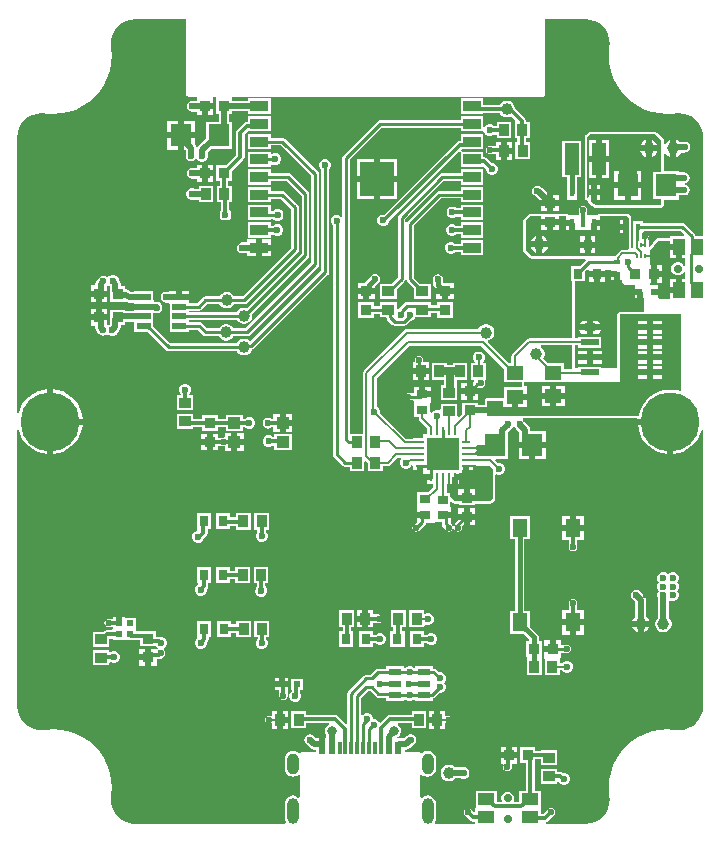
<source format=gtl>
G04*
G04 #@! TF.GenerationSoftware,Altium Limited,Altium Designer,22.5.1 (42)*
G04*
G04 Layer_Physical_Order=1*
G04 Layer_Color=255*
%FSLAX25Y25*%
%MOIN*%
G70*
G04*
G04 #@! TF.SameCoordinates,99E8522F-A59E-4A80-82A0-D8EFEBB404AF*
G04*
G04*
G04 #@! TF.FilePolarity,Positive*
G04*
G01*
G75*
%ADD12C,0.00984*%
%ADD13C,0.01575*%
%ADD15C,0.00787*%
%ADD17C,0.00591*%
%ADD57O,0.05906X0.02362*%
%ADD58R,0.05906X0.02362*%
%ADD59R,0.05709X0.04724*%
%ADD60R,0.03150X0.03543*%
%ADD61R,0.03740X0.03543*%
%ADD62R,0.11024X0.11024*%
%ADD63R,0.02756X0.00984*%
%ADD64R,0.00984X0.02756*%
%ADD65O,0.00984X0.02756*%
%ADD66R,0.03347X0.03937*%
%ADD67R,0.03937X0.03347*%
%ADD68R,0.03740X0.03150*%
%ADD69R,0.07087X0.07480*%
%ADD70R,0.03347X0.02756*%
%ADD71C,0.03937*%
%ADD72R,0.03543X0.03740*%
%ADD73R,0.00787X0.01378*%
%ADD74R,0.01772X0.02165*%
%ADD75R,0.02165X0.01772*%
%ADD76R,0.04331X0.05512*%
%ADD77R,0.05512X0.04331*%
%ADD78R,0.04724X0.02362*%
%ADD79R,0.02362X0.04331*%
%ADD80R,0.01181X0.04331*%
%ADD81R,0.05906X0.03543*%
%ADD82R,0.01575X0.03150*%
%ADD83R,0.03150X0.03740*%
%ADD84R,0.04724X0.10630*%
%ADD85R,0.02165X0.02165*%
%ADD86R,0.05118X0.06102*%
%ADD87R,0.04331X0.02362*%
%ADD88R,0.02362X0.01968*%
%ADD89R,0.04331X0.03937*%
%ADD90C,0.01181*%
%ADD91C,0.01575*%
%ADD92C,0.01968*%
%ADD93C,0.02756*%
%ADD94C,0.01500*%
%ADD95C,0.00900*%
%ADD96C,0.00902*%
%ADD97C,0.19685*%
%ADD98C,0.02756*%
%ADD99O,0.03937X0.08661*%
%ADD100O,0.03937X0.07087*%
%ADD101R,0.11417X0.11417*%
%ADD102C,0.02362*%
%ADD103C,0.01968*%
%ADD104C,0.03150*%
G36*
X76658Y269716D02*
X78170Y269257D01*
X79563Y268512D01*
X80785Y267510D01*
X81787Y266289D01*
X82532Y264895D01*
X82991Y263383D01*
X83145Y261811D01*
X83033Y260664D01*
X83033D01*
X82999Y260423D01*
X82983Y260175D01*
X82832Y257874D01*
X82999Y255325D01*
X83498Y252819D01*
X84319Y250400D01*
X85449Y248109D01*
X86868Y245985D01*
X88552Y244064D01*
X90473Y242380D01*
X92597Y240961D01*
X94888Y239831D01*
X97307Y239009D01*
X99813Y238511D01*
X102362Y238344D01*
X104654Y238494D01*
X104911Y238511D01*
X105152Y238544D01*
X105152Y238544D01*
X106299Y238657D01*
X107872Y238503D01*
X109383Y238044D01*
X110777Y237299D01*
X111998Y236297D01*
X113001Y235075D01*
X113745Y233682D01*
X114204Y232170D01*
X114351Y230677D01*
X114335Y230598D01*
Y197712D01*
X111812D01*
X111740Y198074D01*
X111457Y198497D01*
X108244Y201710D01*
X107821Y201993D01*
X107322Y202092D01*
X94291D01*
Y202658D01*
X90945D01*
Y200520D01*
X90920Y200394D01*
Y199635D01*
X90917Y199620D01*
Y196472D01*
X90956Y196274D01*
X90945Y196260D01*
X90945D01*
Y193791D01*
X90569Y193527D01*
X90343Y193628D01*
X90343Y196749D01*
X90343Y198705D01*
X90287Y198986D01*
Y202589D01*
X90343Y202870D01*
Y203767D01*
X90343Y203767D01*
X90343Y203767D01*
X90328Y203843D01*
X90282Y204074D01*
X90282Y204074D01*
X90282Y204074D01*
X90194Y204205D01*
X90108Y204334D01*
X90108Y204335D01*
X90108Y204335D01*
X89538Y204905D01*
X89538Y204905D01*
X89538Y204905D01*
X89431Y204976D01*
X89329Y205055D01*
X89301Y205063D01*
X89277Y205079D01*
X89277Y205079D01*
X89277Y205079D01*
X89151Y205104D01*
X89027Y205138D01*
X88998Y205134D01*
X88970Y205140D01*
X88970Y205140D01*
X88970Y205140D01*
X79814D01*
X79507Y205079D01*
X79246Y204905D01*
X79072Y204644D01*
X79045Y204506D01*
X76486D01*
X76074Y204718D01*
D01*
X75674Y204960D01*
Y206403D01*
X75567Y206941D01*
X75262Y207397D01*
X75245Y207414D01*
X74789Y207719D01*
X74252Y207826D01*
X73714Y207719D01*
X73258Y207414D01*
X72954Y206958D01*
X72847Y206421D01*
X72864Y206333D01*
Y205044D01*
X72499Y204718D01*
D01*
X72087Y204506D01*
X69528D01*
X69501Y204644D01*
X69327Y204905D01*
X69066Y205079D01*
X68759Y205140D01*
X66116D01*
X65809Y205079D01*
X65680Y204993D01*
X60813D01*
X60683Y205079D01*
X60376Y205140D01*
X56699D01*
X56392Y205079D01*
X56132Y204905D01*
X54550Y203324D01*
X54376Y203063D01*
X54315Y202756D01*
X54315Y192913D01*
X54376Y192606D01*
X54550Y192346D01*
X56519Y190377D01*
X56779Y190203D01*
X57087Y190142D01*
X74893Y190142D01*
X75100Y189642D01*
X73155Y187697D01*
X70276D01*
Y182579D01*
X70697D01*
Y163580D01*
X56376D01*
X56376Y163580D01*
X55915Y163489D01*
X55525Y163228D01*
X50748Y158451D01*
X50487Y158061D01*
X50396Y157600D01*
X50396Y157600D01*
Y155187D01*
X49661D01*
X42546Y162302D01*
X42695Y162860D01*
X42964Y162932D01*
X43592Y163295D01*
X44105Y163808D01*
X44468Y164436D01*
X44656Y165137D01*
Y165863D01*
X44468Y166564D01*
X44105Y167192D01*
X43592Y167705D01*
X42964Y168068D01*
X42263Y168256D01*
X41537D01*
X40836Y168068D01*
X40208Y167705D01*
X39695Y167192D01*
X39413Y166704D01*
X15600D01*
X15139Y166613D01*
X14749Y166351D01*
X1161Y152764D01*
X900Y152373D01*
X808Y151912D01*
X808Y151912D01*
Y131693D01*
X-3328D01*
Y223174D01*
X7279Y233781D01*
X33490D01*
Y232517D01*
X40770D01*
X40988Y232502D01*
X41345Y232215D01*
X41532Y231762D01*
X42086Y231208D01*
X42809Y230909D01*
X43592D01*
X44316Y231208D01*
X44580Y231472D01*
X45476D01*
Y230171D01*
X50397D01*
Y235683D01*
X45476D01*
Y234282D01*
X44580D01*
X44316Y234546D01*
X43592Y234846D01*
X42809D01*
X42086Y234546D01*
X41532Y233992D01*
X41470Y233842D01*
X40970Y233942D01*
Y237635D01*
X33490D01*
Y236390D01*
X6739D01*
X6239Y236291D01*
X5816Y236008D01*
X-5555Y224637D01*
X-5838Y224213D01*
X-5937Y223714D01*
Y204310D01*
X-6437Y204103D01*
X-6759Y204425D01*
X-7482Y204724D01*
X-8266D01*
X-8989Y204425D01*
X-9543Y203871D01*
X-9843Y203148D01*
Y202364D01*
X-9543Y201641D01*
X-9179Y201277D01*
Y125000D01*
X-9079Y124501D01*
X-8796Y124077D01*
X-5844Y121125D01*
X-5421Y120842D01*
X-4921Y120743D01*
X-3543D01*
Y119291D01*
X1378D01*
Y122462D01*
X1840Y122654D01*
X2314Y122180D01*
X2314Y122180D01*
X2559Y122016D01*
Y119291D01*
X7480D01*
Y120843D01*
X9147D01*
X9147Y120843D01*
X9608Y120935D01*
X9999Y121196D01*
X12566Y123763D01*
X13470D01*
X13662Y123301D01*
X13576Y123216D01*
X13277Y122492D01*
Y121709D01*
X13576Y120986D01*
X14130Y120432D01*
X14853Y120132D01*
X15637D01*
X16360Y120432D01*
X16914Y120986D01*
X17004Y121203D01*
X17504Y121104D01*
Y119571D01*
X18882D01*
Y121063D01*
X20882D01*
Y119571D01*
X21047D01*
Y118488D01*
X22130D01*
Y118323D01*
X23622D01*
Y116323D01*
X22130D01*
Y114945D01*
X24386D01*
Y113983D01*
X22608Y112205D01*
X18996D01*
X18996Y107711D01*
X18783Y107299D01*
X18783Y107068D01*
Y105724D01*
X21654D01*
Y103724D01*
X18783D01*
Y102321D01*
X17778Y101316D01*
X17495Y100893D01*
X17396Y100394D01*
X17495Y99894D01*
X17778Y99471D01*
X18202Y99188D01*
X18701Y99089D01*
X19200Y99188D01*
X19623Y99471D01*
X21483Y101331D01*
X21766Y101754D01*
X21844Y102150D01*
X24524Y102150D01*
X24901Y102445D01*
X25024Y102445D01*
X27239D01*
Y101659D01*
X27338Y101160D01*
X27621Y100737D01*
X28287Y100070D01*
X28322Y99894D01*
X28605Y99471D01*
X29028Y99188D01*
X29528Y99089D01*
X30027Y99188D01*
X30450Y99471D01*
X30733Y99894D01*
X30749Y99976D01*
X31259D01*
X31275Y99894D01*
X31558Y99471D01*
X31981Y99188D01*
X32480Y99089D01*
X32980Y99188D01*
X33403Y99471D01*
X33666Y99735D01*
X33949Y100158D01*
X34049Y100657D01*
Y101003D01*
X34408Y101362D01*
X34433D01*
Y103134D01*
X32490D01*
X31822Y102466D01*
X31539Y102042D01*
X31439Y101543D01*
Y101287D01*
X31253Y101121D01*
X31058Y101141D01*
X30678Y101257D01*
X30450Y101597D01*
X30103Y101945D01*
X30232Y102445D01*
X30232D01*
Y103823D01*
X27559D01*
Y105823D01*
X30232D01*
Y107167D01*
X30232Y107201D01*
X30020Y107613D01*
X30020Y107701D01*
Y108940D01*
X30482Y109131D01*
X30928Y108684D01*
X31189Y108510D01*
X31496Y108449D01*
X32563D01*
X32776Y108275D01*
Y107874D01*
X38091D01*
Y108037D01*
X38591Y108449D01*
X43307Y108449D01*
X43307Y108449D01*
X43614Y108510D01*
X43875Y108684D01*
X44859Y109669D01*
X45033Y109929D01*
X45094Y110236D01*
Y117890D01*
X45594Y118224D01*
X45868Y118110D01*
X46651D01*
X47375Y118410D01*
X47929Y118964D01*
X48228Y119687D01*
Y120470D01*
X47929Y121194D01*
X47375Y121748D01*
X46651Y122047D01*
X45994D01*
X45068Y122974D01*
X45259Y123435D01*
X49131D01*
Y130475D01*
X49134Y130491D01*
Y132210D01*
X49936Y133012D01*
X50328Y133174D01*
X50881Y133727D01*
X50985Y133976D01*
X51241Y134012D01*
X51526Y133977D01*
X51872Y133459D01*
X52855Y132475D01*
Y128963D01*
X57399D01*
X61942D01*
Y132703D01*
X56646D01*
Y133046D01*
X56509Y133737D01*
X56117Y134323D01*
X54641Y135799D01*
X54427Y136120D01*
X54302Y136203D01*
X54206Y136869D01*
X54291Y136970D01*
X92256D01*
X92379Y136827D01*
X103347D01*
Y135827D01*
X104347D01*
Y125007D01*
X105885Y125251D01*
X107509Y125779D01*
X109029Y126553D01*
X110410Y127557D01*
X111617Y128763D01*
X112620Y130144D01*
X113395Y131665D01*
X113835Y133021D01*
X114335Y132942D01*
Y41056D01*
X114351Y40977D01*
X114204Y39484D01*
X113745Y37972D01*
X113001Y36578D01*
X111998Y35357D01*
X110777Y34355D01*
X109383Y33610D01*
X107872Y33151D01*
X106299Y32996D01*
X105152Y33109D01*
Y33109D01*
X104911Y33143D01*
X104663Y33159D01*
X102362Y33310D01*
X99813Y33143D01*
X97307Y32644D01*
X94888Y31823D01*
X92597Y30693D01*
X90473Y29274D01*
X88552Y27589D01*
X86868Y25669D01*
X85449Y23544D01*
X84319Y21253D01*
X83498Y18834D01*
X82999Y16329D01*
X82832Y13780D01*
X82982Y11488D01*
X82999Y11230D01*
X83033Y10989D01*
X83033Y10989D01*
X83145Y9843D01*
X82991Y8270D01*
X82532Y6758D01*
X81787Y5365D01*
X80785Y4143D01*
X79563Y3141D01*
X78170Y2396D01*
X76658Y1938D01*
X75165Y1791D01*
X75086Y1806D01*
X74734Y1736D01*
X62056D01*
X62007Y2236D01*
X62236Y2282D01*
X62692Y2586D01*
X64661Y4555D01*
X64965Y5011D01*
X65072Y5548D01*
X64965Y6086D01*
X64661Y6542D01*
X64205Y6847D01*
X63667Y6953D01*
X63130Y6847D01*
X62674Y6542D01*
X61117Y4985D01*
X60382D01*
Y7139D01*
X60169D01*
Y12832D01*
X58162D01*
Y21924D01*
X58394D01*
Y23176D01*
X60236D01*
Y21260D01*
X65748D01*
Y26181D01*
X60236D01*
Y25986D01*
X58394D01*
Y27239D01*
X53276D01*
Y21924D01*
X55352D01*
Y12832D01*
X53083D01*
Y8922D01*
X51471D01*
X51137Y9422D01*
X51311Y9842D01*
Y10704D01*
X50981Y11500D01*
X50372Y12109D01*
X49576Y12438D01*
X48715D01*
X47919Y12109D01*
X47310Y11500D01*
X46980Y10704D01*
Y9842D01*
X47154Y9422D01*
X46820Y8922D01*
X45602D01*
Y12832D01*
X38516D01*
Y7139D01*
X38303D01*
Y5769D01*
X37803Y5562D01*
X36860Y6505D01*
X36404Y6810D01*
X35866Y6917D01*
X35329Y6810D01*
X34873Y6505D01*
X34568Y6050D01*
X34461Y5512D01*
X34568Y4974D01*
X34873Y4518D01*
X36478Y2913D01*
X36934Y2608D01*
X37472Y2501D01*
X38303D01*
Y1736D01*
X24990D01*
X24769Y2185D01*
X24849Y2289D01*
X25126Y2959D01*
X25221Y3678D01*
Y8403D01*
X25126Y9122D01*
X24849Y9793D01*
X24407Y10368D01*
X23831Y10810D01*
X23161Y11088D01*
X22441Y11182D01*
X21722Y11088D01*
X21052Y10810D01*
X20595Y10459D01*
X20095Y10632D01*
Y17985D01*
X20595Y18157D01*
X21052Y17807D01*
X21722Y17529D01*
X22441Y17434D01*
X23161Y17529D01*
X23831Y17807D01*
X24407Y18248D01*
X24849Y18824D01*
X25126Y19494D01*
X25221Y20214D01*
Y23363D01*
X25126Y24083D01*
X24849Y24753D01*
X24407Y25329D01*
X23831Y25771D01*
X23161Y26048D01*
X22441Y26143D01*
X21722Y26048D01*
X21052Y25771D01*
X20514Y25358D01*
X20425Y25337D01*
X19916Y25421D01*
X19860Y25506D01*
X19599Y25680D01*
X19292Y25741D01*
X14780D01*
Y26478D01*
X15243D01*
X15935Y26616D01*
X16521Y27007D01*
X17800Y28287D01*
X18121Y28501D01*
X18512Y29087D01*
X18650Y29778D01*
X18512Y30470D01*
X18121Y31056D01*
X17535Y31447D01*
X16844Y31585D01*
X16737D01*
X16046Y31447D01*
X15460Y31056D01*
X14673Y30269D01*
X12454D01*
X12354Y30769D01*
X12489Y30825D01*
X13153Y31489D01*
X13513Y32357D01*
Y33297D01*
X13153Y34165D01*
X12573Y34746D01*
X12667Y35142D01*
X12726Y35246D01*
X17126D01*
Y33661D01*
X22047D01*
Y39173D01*
X17126D01*
Y38056D01*
X9975D01*
X9437Y37949D01*
X8981Y37644D01*
X6814Y35476D01*
X6323Y35574D01*
X6276Y35689D01*
X5722Y36243D01*
X4998Y36543D01*
X4304D01*
Y37098D01*
X4004Y37821D01*
X3450Y38375D01*
X2727Y38675D01*
X1943D01*
X1220Y38375D01*
X778Y37933D01*
X278Y38091D01*
Y43779D01*
X2481Y45983D01*
X3333D01*
X5111Y44205D01*
X5520Y43931D01*
X6003Y43835D01*
X8544D01*
Y42753D01*
X14449D01*
Y43169D01*
X14949Y43282D01*
X15375Y42856D01*
X16098Y42556D01*
X16882D01*
X17605Y42856D01*
X17886Y43137D01*
X18386Y42930D01*
Y42753D01*
X24292D01*
Y43508D01*
X24535Y43556D01*
X24945Y43830D01*
X26390Y45276D01*
X26966D01*
X27690Y45575D01*
X28244Y46129D01*
X28543Y46852D01*
Y47636D01*
X28244Y48359D01*
X27868Y48735D01*
X28244Y49110D01*
X28543Y49834D01*
Y50617D01*
X28244Y51340D01*
X27690Y51894D01*
X26966Y52194D01*
X26390D01*
X25527Y53057D01*
X25117Y53331D01*
X25103Y53334D01*
X25052Y53368D01*
X24570Y53464D01*
X24292D01*
Y54171D01*
X18386D01*
Y53965D01*
X17886Y53786D01*
X17605Y54068D01*
X16882Y54367D01*
X16098D01*
X15375Y54068D01*
X14949Y53642D01*
X14449Y53755D01*
Y54171D01*
X8544D01*
Y53464D01*
X5946D01*
X5464Y53368D01*
X5054Y53094D01*
X3444Y51484D01*
X1994D01*
X1511Y51388D01*
X1102Y51114D01*
X-3957Y46055D01*
X-4231Y45646D01*
X-4327Y45163D01*
Y35236D01*
X-4789Y35045D01*
X-7388Y37644D01*
X-7844Y37949D01*
X-8381Y38056D01*
X-18110D01*
Y39173D01*
X-23031D01*
Y33661D01*
X-18110D01*
Y35246D01*
X-10364D01*
X-10265Y34746D01*
X-10787Y34530D01*
X-11452Y33865D01*
X-11811Y32997D01*
Y32057D01*
X-11452Y31189D01*
X-11255Y30993D01*
Y30269D01*
X-11598D01*
Y27104D01*
X-13598D01*
Y30269D01*
X-14672D01*
X-15459Y31056D01*
X-16045Y31447D01*
X-16736Y31585D01*
X-16843D01*
X-17534Y31447D01*
X-18120Y31056D01*
X-18512Y30470D01*
X-18649Y29778D01*
X-18512Y29087D01*
X-18120Y28501D01*
X-17799Y28287D01*
X-16520Y27007D01*
X-15934Y26616D01*
X-15243Y26478D01*
X-14779D01*
Y25741D01*
X-19291D01*
X-19598Y25680D01*
X-19859Y25506D01*
X-19915Y25421D01*
X-20424Y25337D01*
X-20513Y25358D01*
X-21051Y25771D01*
X-21721Y26048D01*
X-22441Y26143D01*
X-23160Y26048D01*
X-23830Y25771D01*
X-24406Y25329D01*
X-24848Y24753D01*
X-25126Y24083D01*
X-25220Y23363D01*
Y20214D01*
X-25126Y19494D01*
X-24848Y18824D01*
X-24406Y18248D01*
X-23830Y17807D01*
X-23160Y17529D01*
X-22441Y17434D01*
X-21721Y17529D01*
X-21051Y17807D01*
X-20594Y18157D01*
X-20094Y17985D01*
Y10632D01*
X-20594Y10459D01*
X-21051Y10810D01*
X-21721Y11088D01*
X-22441Y11182D01*
X-23160Y11088D01*
X-23830Y10810D01*
X-24406Y10368D01*
X-24848Y9793D01*
X-25126Y9122D01*
X-25220Y8403D01*
Y3678D01*
X-25126Y2959D01*
X-24848Y2289D01*
X-24768Y2185D01*
X-24989Y1736D01*
X-74734D01*
X-75086Y1806D01*
X-75576Y1831D01*
X-76658Y1938D01*
X-78170Y2396D01*
X-79563Y3141D01*
X-80785Y4143D01*
X-81787Y5365D01*
X-82532Y6758D01*
X-82991Y8270D01*
X-83145Y9843D01*
X-83033Y10989D01*
X-83033D01*
X-82999Y11230D01*
X-82983Y11479D01*
X-82832Y13780D01*
X-82999Y16329D01*
X-83498Y18834D01*
X-84319Y21253D01*
X-85449Y23544D01*
X-86868Y25669D01*
X-88552Y27589D01*
X-90473Y29274D01*
X-92597Y30693D01*
X-94888Y31823D01*
X-97307Y32644D01*
X-99813Y33143D01*
X-102362Y33310D01*
X-104654Y33159D01*
X-104911Y33143D01*
X-105152Y33109D01*
X-105152Y33109D01*
X-106299Y32996D01*
X-107872Y33151D01*
X-109383Y33610D01*
X-110777Y34355D01*
X-111998Y35357D01*
X-113001Y36578D01*
X-113745Y37972D01*
X-114204Y39484D01*
X-114351Y40977D01*
X-114335Y41056D01*
Y132942D01*
X-113835Y133021D01*
X-113395Y131665D01*
X-112620Y130144D01*
X-111617Y128763D01*
X-110410Y127557D01*
X-109029Y126553D01*
X-107509Y125779D01*
X-105885Y125251D01*
X-104347Y125007D01*
Y135827D01*
Y146646D01*
X-105885Y146402D01*
X-107509Y145875D01*
X-109029Y145100D01*
X-110410Y144097D01*
X-111617Y142890D01*
X-112620Y141509D01*
X-113395Y139989D01*
X-113835Y138632D01*
X-114335Y138712D01*
Y230598D01*
X-114351Y230677D01*
X-114204Y232170D01*
X-113745Y233682D01*
X-113001Y235075D01*
X-111998Y236297D01*
X-110777Y237299D01*
X-109383Y238044D01*
X-107872Y238503D01*
X-106299Y238657D01*
X-105152Y238544D01*
Y238544D01*
X-104911Y238511D01*
X-104663Y238495D01*
X-102362Y238344D01*
X-99813Y238511D01*
X-97307Y239009D01*
X-94888Y239831D01*
X-92597Y240961D01*
X-90473Y242380D01*
X-88552Y244064D01*
X-86868Y245985D01*
X-85449Y248109D01*
X-84319Y250400D01*
X-83498Y252819D01*
X-82999Y255325D01*
X-82832Y257874D01*
X-82982Y260166D01*
X-82999Y260423D01*
X-83033Y260664D01*
X-83033Y260664D01*
X-83145Y261811D01*
X-82991Y263383D01*
X-82532Y264895D01*
X-81787Y266289D01*
X-80785Y267510D01*
X-79563Y268512D01*
X-78170Y269257D01*
X-76658Y269716D01*
X-75165Y269863D01*
X-75086Y269847D01*
X-58061D01*
Y244919D01*
X-58000Y244611D01*
X-57826Y244351D01*
X-57566Y244177D01*
X-57258Y244116D01*
X-54855D01*
X-54464Y243852D01*
X-54464Y243616D01*
Y242761D01*
X-55922D01*
X-56613Y242623D01*
X-57199Y242232D01*
X-57227Y242204D01*
X-57618Y241618D01*
X-57756Y240927D01*
X-57618Y240236D01*
X-57227Y239650D01*
X-56640Y239258D01*
X-55949Y239121D01*
X-55813Y239148D01*
X-54464D01*
Y238111D01*
X-52693D01*
Y240982D01*
X-51692D01*
Y241982D01*
X-48921D01*
Y243616D01*
X-48921Y243852D01*
X-48530Y244116D01*
X-48009D01*
X-47952Y243639D01*
X-47952Y243616D01*
Y238324D01*
X-47200D01*
Y235755D01*
X-51496D01*
Y229939D01*
X-53908Y227527D01*
X-54039Y227331D01*
X-54570Y227437D01*
X-54637Y227776D01*
X-55029Y228362D01*
X-55220Y228554D01*
Y230227D01*
X-58763D01*
Y226487D01*
X-58263D01*
X-58112Y226337D01*
Y224428D01*
X-57975Y223737D01*
X-57583Y223151D01*
X-56997Y222759D01*
X-56306Y222622D01*
X-55615Y222759D01*
X-55029Y223151D01*
X-54919Y223315D01*
X-54406Y223307D01*
X-54344Y223276D01*
X-53821Y222753D01*
X-53097Y222453D01*
X-52314D01*
X-51591Y222753D01*
X-51037Y223307D01*
X-50737Y224030D01*
Y224813D01*
X-50824Y225023D01*
Y225502D01*
X-49626Y226700D01*
X-42834D01*
Y235755D01*
X-43587D01*
Y238324D01*
X-42834D01*
Y239175D01*
X-37377D01*
Y238422D01*
X-29896D01*
Y243541D01*
X-37377D01*
Y242788D01*
X-42834D01*
Y243616D01*
X-42834Y243639D01*
X-42778Y244116D01*
X60852D01*
X61159Y244177D01*
X61419Y244351D01*
X61594Y244611D01*
X61655Y244919D01*
Y269847D01*
X75086D01*
X75165Y269863D01*
X76658Y269716D01*
D02*
G37*
G36*
X108091Y198173D02*
X107899Y197712D01*
X103311D01*
Y197082D01*
X103098Y196907D01*
X99333D01*
X99289Y196899D01*
X99244Y196903D01*
X99136Y196868D01*
X99025Y196846D01*
X98988Y196821D01*
X98945Y196808D01*
X98859Y196735D01*
X98765Y196672D01*
X98740Y196635D01*
X98706Y196606D01*
X96747Y194156D01*
X96276Y194321D01*
Y196472D01*
X96047D01*
Y197360D01*
X96108Y197666D01*
X96023Y198088D01*
X95784Y198447D01*
X95426Y198686D01*
X95004Y198770D01*
X94750Y198720D01*
X94394Y199058D01*
X94540Y199483D01*
X106781D01*
X108091Y198173D01*
D02*
G37*
G36*
X60376Y204337D02*
Y203433D01*
X66116D01*
Y204337D01*
X68759D01*
Y203143D01*
X70546D01*
Y202143D01*
X71546D01*
Y199569D01*
X72334D01*
Y199569D01*
X72712Y199781D01*
X75861D01*
X76239Y199569D01*
Y199569D01*
X77027D01*
Y202143D01*
X78027D01*
Y203143D01*
X79814D01*
Y204337D01*
X88970D01*
X88970Y204337D01*
X89540Y203767D01*
Y202870D01*
X89484D01*
Y200787D01*
Y198705D01*
X89540D01*
X89540Y196749D01*
X89540Y193487D01*
X88975Y193033D01*
X87356D01*
X86933Y192949D01*
X86575Y192710D01*
X85146Y191281D01*
X84922Y190945D01*
X75787D01*
X57087Y190945D01*
X55118Y192913D01*
X55118Y202756D01*
X56699Y204337D01*
X60376D01*
D02*
G37*
G36*
X103098Y195168D02*
X106264D01*
Y194168D01*
X107264D01*
Y190412D01*
X108268D01*
Y187864D01*
X107768Y187765D01*
X107706Y187914D01*
X107097Y188523D01*
X106301Y188853D01*
X105439D01*
X104643Y188523D01*
X104034Y187914D01*
X103705Y187119D01*
Y186257D01*
X104034Y185461D01*
X104643Y184852D01*
X105439Y184522D01*
X106301D01*
X107097Y184852D01*
X107706Y185461D01*
X107768Y185611D01*
X108268Y185511D01*
Y183357D01*
X107264D01*
Y179601D01*
X106264D01*
Y178601D01*
X103098D01*
Y176718D01*
X101825Y176718D01*
X99787Y176718D01*
X99425Y177051D01*
Y178134D01*
X97539D01*
Y180134D01*
X99425D01*
Y181217D01*
X96564D01*
Y182169D01*
X96835D01*
Y185039D01*
Y187909D01*
X96564D01*
Y192640D01*
X99333Y196105D01*
X103098D01*
Y195168D01*
D02*
G37*
G36*
X83547Y185941D02*
X85630D01*
Y184941D01*
X86630D01*
Y183055D01*
X87402D01*
Y181998D01*
X88100Y181300D01*
X91054D01*
X91520Y181217D01*
Y180134D01*
X93405D01*
Y179134D01*
X94406D01*
Y177051D01*
X94700D01*
Y172319D01*
X86536D01*
X86229Y172258D01*
X85969Y172084D01*
X85795Y171824D01*
X85733Y171517D01*
Y153543D01*
X80237D01*
Y154168D01*
X72757D01*
Y153543D01*
X71500D01*
Y161172D01*
X72757D01*
Y160231D01*
X80237D01*
Y164169D01*
X72757D01*
Y163580D01*
X71500D01*
Y182579D01*
X75000D01*
Y185852D01*
X75548Y186400D01*
X76362D01*
Y186138D01*
X78937D01*
X81512D01*
Y186400D01*
X83547D01*
Y185941D01*
D02*
G37*
G36*
X70697Y153543D02*
X70557Y153373D01*
X67942D01*
Y155287D01*
X62622D01*
X61013Y156895D01*
X61268Y157336D01*
X61456Y158037D01*
Y158763D01*
X61268Y159464D01*
X60905Y160092D01*
X60392Y160605D01*
X60277Y160672D01*
X60411Y161172D01*
X70697D01*
Y153543D01*
D02*
G37*
G36*
X107036Y149273D02*
Y146230D01*
X106632Y145936D01*
X105836Y146195D01*
X104183Y146457D01*
X102510D01*
X100857Y146195D01*
X99266Y145678D01*
X97775Y144918D01*
X96421Y143935D01*
X95238Y142752D01*
X94255Y141398D01*
X93495Y139907D01*
X92978Y138316D01*
X92892Y137773D01*
X42236D01*
Y142773D01*
X47746D01*
Y140801D01*
X50600D01*
Y144163D01*
X51600D01*
Y145163D01*
X55454D01*
Y147525D01*
X54636D01*
Y148873D01*
X86536D01*
Y171517D01*
X107036D01*
Y149273D01*
D02*
G37*
G36*
X47958Y153484D02*
Y148887D01*
X53822D01*
X53833Y148873D01*
Y147525D01*
X53659Y147313D01*
X47958D01*
Y143751D01*
X47746Y143576D01*
X42236D01*
X41929Y143515D01*
X41668Y143341D01*
X41495Y143080D01*
X41433Y142773D01*
Y141406D01*
X39101D01*
Y142160D01*
X33786D01*
Y138449D01*
X32787Y137451D01*
X32325Y137642D01*
Y141750D01*
X26813D01*
Y139961D01*
X26313Y139627D01*
X25982Y139764D01*
X25199D01*
X24475Y139464D01*
X23922Y138910D01*
X23868Y138782D01*
X23368Y138881D01*
X23368Y141913D01*
X23581Y142325D01*
X23581Y142556D01*
Y143900D01*
X20711D01*
Y144900D01*
X19711D01*
Y147475D01*
X17841D01*
Y145472D01*
X16073D01*
X15574Y145373D01*
X15151Y145090D01*
X14868Y144667D01*
X14769Y144167D01*
X14868Y143668D01*
X15151Y143245D01*
X15574Y142962D01*
X16073Y142863D01*
X17487D01*
X17841Y142509D01*
Y142325D01*
X18053Y141913D01*
X18054Y141825D01*
Y137420D01*
X19507D01*
Y136868D01*
X19507Y136868D01*
X19598Y136407D01*
X19859Y136016D01*
X22319Y133556D01*
Y132973D01*
X22319Y132973D01*
X22343Y132856D01*
Y131512D01*
X21047D01*
Y130217D01*
X17717D01*
Y130141D01*
X15362D01*
X6668Y138835D01*
Y139492D01*
X6369Y140215D01*
X5815Y140769D01*
X5604Y140856D01*
Y150301D01*
X16437Y161134D01*
X40308D01*
X47958Y153484D01*
D02*
G37*
G36*
X36236Y119571D02*
X37614D01*
Y121063D01*
X43307D01*
X44291Y120079D01*
Y110236D01*
X43307Y109252D01*
X38303Y109252D01*
Y109433D01*
X35433D01*
X32563D01*
Y109252D01*
X31496D01*
X30020Y110728D01*
Y111909D01*
X28839D01*
X28763Y111985D01*
Y114945D01*
X30496D01*
Y117323D01*
X31496D01*
Y118323D01*
X32988D01*
Y118701D01*
X33858D01*
Y119571D01*
X34236D01*
Y121063D01*
X36236D01*
Y119571D01*
D02*
G37*
%LPC*%
G36*
X-48921Y239982D02*
X-50692D01*
Y238111D01*
X-48921D01*
Y239982D01*
D02*
G37*
G36*
X-55220Y235967D02*
X-58763D01*
Y232227D01*
X-55220D01*
Y235967D01*
D02*
G37*
G36*
X-60763D02*
X-64307D01*
Y232227D01*
X-60763D01*
Y235967D01*
D02*
G37*
G36*
X50722Y229096D02*
X49049D01*
Y227127D01*
X50722D01*
Y229096D01*
D02*
G37*
G36*
X-60763Y230227D02*
X-64307D01*
Y226487D01*
X-60763D01*
Y230227D01*
D02*
G37*
G36*
X105333Y229644D02*
Y226839D01*
Y224033D01*
X105479Y224072D01*
X106156Y224463D01*
X106709Y225016D01*
X106936Y225409D01*
X108014D01*
X108705Y225546D01*
X108911Y225684D01*
X108959Y225693D01*
X109545Y226085D01*
X109937Y226671D01*
X110074Y227362D01*
X109937Y228053D01*
X109545Y228640D01*
X108959Y229031D01*
X108268Y229169D01*
X108161D01*
X107470Y229031D01*
X107456Y229022D01*
X106348D01*
X106156Y229214D01*
X105479Y229605D01*
X105333Y229644D01*
D02*
G37*
G36*
X98299Y232336D02*
X76797D01*
X76688Y232314D01*
X76577Y232305D01*
X76536Y232283D01*
X76490Y232274D01*
X76398Y232213D01*
X76299Y232162D01*
X75120Y231227D01*
X75089Y231191D01*
X75051Y231165D01*
X74989Y231073D01*
X74917Y230988D01*
X74902Y230944D01*
X74877Y230905D01*
X74855Y230796D01*
X74821Y230690D01*
X74825Y230643D01*
X74815Y230598D01*
Y210404D01*
X74834Y210312D01*
X74837Y210219D01*
X74864Y210160D01*
X74877Y210097D01*
X74929Y210019D01*
X74968Y209934D01*
X75015Y209890D01*
X75051Y209837D01*
X75129Y209785D01*
X75197Y209721D01*
X75318Y209646D01*
X75422Y209608D01*
X75520Y209557D01*
X75567Y209554D01*
X75595Y209543D01*
X75642Y209520D01*
X75671Y209504D01*
X75878Y209314D01*
X75970Y209180D01*
X76015Y209066D01*
X76012Y209049D01*
X76020Y209020D01*
X76019Y208991D01*
X76062Y208870D01*
X76096Y208747D01*
X76114Y208724D01*
X76124Y208696D01*
X76210Y208601D01*
X76289Y208500D01*
X76315Y208486D01*
X76335Y208463D01*
X77997Y207229D01*
X78088Y207186D01*
X78171Y207131D01*
X78228Y207120D01*
X78280Y207095D01*
X78380Y207090D01*
X78478Y207071D01*
X100389Y207141D01*
X100542Y207172D01*
X100694Y207202D01*
X100695Y207203D01*
X100696Y207203D01*
X100824Y207289D01*
X100954Y207376D01*
X100955Y207377D01*
X100956Y207378D01*
X101042Y207507D01*
X101128Y207636D01*
X101129Y207638D01*
X101129Y207639D01*
X101159Y207792D01*
X101189Y207944D01*
Y209827D01*
X106315D01*
Y211257D01*
X108072D01*
X108764Y211395D01*
X109350Y211786D01*
X109741Y212372D01*
X109879Y213064D01*
X109741Y213755D01*
X109350Y214341D01*
X108764Y214732D01*
X108263Y214832D01*
Y215342D01*
X108688Y215426D01*
X109274Y215818D01*
X109666Y216404D01*
X109803Y217095D01*
X109666Y217787D01*
X109274Y218373D01*
X108688Y218764D01*
X107997Y218902D01*
X106315D01*
Y219307D01*
X101189D01*
Y225347D01*
X101689Y225481D01*
X101958Y225016D01*
X102510Y224463D01*
X103187Y224072D01*
X103333Y224033D01*
Y226839D01*
Y229644D01*
X103187Y229605D01*
X102510Y229214D01*
X101958Y228661D01*
X101689Y228197D01*
X101189Y228331D01*
Y229784D01*
X101182Y229819D01*
X101186Y229855D01*
X101152Y229972D01*
X101128Y230091D01*
X101108Y230121D01*
X101098Y230156D01*
X101022Y230251D01*
X100954Y230352D01*
X100925Y230372D01*
X100902Y230400D01*
X98814Y232148D01*
X98707Y232207D01*
X98606Y232274D01*
X98571Y232281D01*
X98539Y232299D01*
X98418Y232312D01*
X98299Y232336D01*
D02*
G37*
G36*
X40970Y243541D02*
X33490D01*
Y238422D01*
X40970D01*
Y238628D01*
X46480D01*
X46646Y238340D01*
X47159Y237827D01*
X47787Y237464D01*
X48488Y237277D01*
X49214D01*
X49915Y237464D01*
X50219Y237640D01*
X51753Y236105D01*
X51579Y235683D01*
X51579D01*
Y230171D01*
X52368D01*
Y228883D01*
X51690D01*
Y223371D01*
X56611D01*
Y228883D01*
X55178D01*
Y230171D01*
X56500D01*
Y235683D01*
X55178D01*
Y236073D01*
X55071Y236610D01*
X54766Y237066D01*
X51607Y240226D01*
Y240395D01*
X51419Y241096D01*
X51056Y241725D01*
X50543Y242238D01*
X49915Y242601D01*
X49214Y242789D01*
X48488D01*
X47787Y242601D01*
X47159Y242238D01*
X46646Y241725D01*
X46480Y241438D01*
X40970D01*
Y243541D01*
D02*
G37*
G36*
X50722Y225127D02*
X49049D01*
Y223159D01*
X50722D01*
Y225127D01*
D02*
G37*
G36*
X47049Y229096D02*
X45375D01*
Y227741D01*
X43377D01*
X42840Y227634D01*
X42384Y227329D01*
X42079Y226873D01*
X41972Y226336D01*
X42079Y225798D01*
X42384Y225342D01*
X42840Y225038D01*
X43377Y224931D01*
X45375D01*
Y223159D01*
X47049D01*
Y226127D01*
Y229096D01*
D02*
G37*
G36*
X-29896Y225824D02*
X-37377D01*
Y220706D01*
X-29896D01*
Y221386D01*
X-29397Y221594D01*
X-28674Y221294D01*
X-27891D01*
X-27167Y221594D01*
X-26613Y222148D01*
X-26314Y222871D01*
Y223654D01*
X-26613Y224378D01*
X-27167Y224932D01*
X-27891Y225231D01*
X-28674D01*
X-29397Y224932D01*
X-29896Y225140D01*
Y225824D01*
D02*
G37*
G36*
X-48921Y221411D02*
X-50692D01*
Y219541D01*
X-48921D01*
Y221411D01*
D02*
G37*
G36*
X40970Y231730D02*
X33490D01*
Y229394D01*
X33167D01*
X32630Y229287D01*
X32174Y228983D01*
X8005Y204814D01*
X7312D01*
X6588Y204514D01*
X6035Y203960D01*
X5735Y203237D01*
Y202454D01*
X6035Y201730D01*
X6588Y201177D01*
X7312Y200877D01*
X8095D01*
X8819Y201177D01*
X9372Y201730D01*
X9672Y202454D01*
Y202507D01*
X32990Y225825D01*
X33490Y225618D01*
X33490Y225410D01*
Y220706D01*
X40970D01*
X40970Y220706D01*
Y220706D01*
X41414Y220546D01*
X41945Y220014D01*
Y219586D01*
X42245Y218863D01*
X42799Y218309D01*
X43522Y218009D01*
X44305D01*
X45029Y218309D01*
X45583Y218863D01*
X45882Y219586D01*
Y220369D01*
X45583Y221093D01*
X45029Y221647D01*
X44305Y221946D01*
X43987D01*
X42402Y223531D01*
X41946Y223836D01*
X41409Y223943D01*
X40970D01*
Y225824D01*
X33936D01*
X33889Y225824D01*
X33669Y226313D01*
X33881Y226585D01*
X36049D01*
X36184Y226611D01*
X40970D01*
Y231730D01*
D02*
G37*
G36*
X12285Y223281D02*
X6576D01*
Y217572D01*
X12285D01*
Y223281D01*
D02*
G37*
G36*
X4576D02*
X-1132D01*
Y217572D01*
X4576D01*
Y223281D01*
D02*
G37*
G36*
X-48921Y217541D02*
X-50692D01*
Y215670D01*
X-48921D01*
Y217541D01*
D02*
G37*
G36*
X-52693Y221411D02*
X-54464D01*
Y220340D01*
X-55942D01*
X-56634Y220203D01*
X-57220Y219811D01*
X-57227Y219805D01*
X-57618Y219218D01*
X-57756Y218527D01*
X-57618Y217836D01*
X-57227Y217250D01*
X-56640Y216858D01*
X-55949Y216721D01*
X-55916Y216728D01*
X-54464D01*
Y215670D01*
X-52693D01*
Y218541D01*
Y221411D01*
D02*
G37*
G36*
X40970Y219919D02*
X33490D01*
Y218622D01*
X27399D01*
X26916Y218526D01*
X26506Y218252D01*
X12920Y204666D01*
X12646Y204257D01*
X12550Y203773D01*
Y183888D01*
X10359Y181697D01*
X6633D01*
Y176776D01*
X12145D01*
Y179912D01*
X14706Y182473D01*
X14979Y182882D01*
X15005Y183012D01*
X15515D01*
X15566Y182754D01*
X15840Y182344D01*
X17977Y180207D01*
Y176776D01*
X23489D01*
Y181697D01*
X20057D01*
X17995Y183760D01*
Y201249D01*
X26937Y210192D01*
X33490D01*
Y208895D01*
X40970D01*
Y214013D01*
X33490D01*
Y212716D01*
X26415D01*
X25932Y212620D01*
X25522Y212347D01*
X15840Y202664D01*
X15566Y202255D01*
X15075Y202351D01*
Y203251D01*
X27922Y216097D01*
X33490D01*
Y214801D01*
X40970D01*
Y219919D01*
D02*
G37*
G36*
X-48937Y214390D02*
X-53858D01*
Y213437D01*
X-55174D01*
X-55558Y213596D01*
X-56341D01*
X-57064Y213296D01*
X-57618Y212742D01*
X-57918Y212019D01*
Y211236D01*
X-57618Y210512D01*
X-57064Y209958D01*
X-56341Y209659D01*
X-55558D01*
X-55158Y209824D01*
X-53858D01*
Y208878D01*
X-48937D01*
Y214390D01*
D02*
G37*
G36*
X12285Y215572D02*
X6576D01*
Y209863D01*
X12285D01*
Y215572D01*
D02*
G37*
G36*
X4576D02*
X-1132D01*
Y209863D01*
X4576D01*
Y215572D01*
D02*
G37*
G36*
X73709Y229402D02*
X67410D01*
Y217197D01*
X68947D01*
Y212216D01*
X68941Y212183D01*
X68972Y212028D01*
Y209821D01*
X72121D01*
Y212001D01*
X72159Y212189D01*
Y217197D01*
X73709D01*
Y229402D01*
D02*
G37*
G36*
X66116Y211504D02*
X64246D01*
Y209733D01*
X66116D01*
Y211504D01*
D02*
G37*
G36*
X59055Y214405D02*
X58364Y214267D01*
X57778Y213876D01*
X57386Y213290D01*
X57249Y212598D01*
X57386Y211907D01*
X57778Y211321D01*
X57853Y211246D01*
X58439Y210854D01*
X58479Y210846D01*
X59593Y209733D01*
X62246D01*
Y212189D01*
X60634Y213800D01*
X60049Y214192D01*
X59779Y214246D01*
X59746Y214267D01*
X59055Y214405D01*
D02*
G37*
G36*
X40970Y208107D02*
X33490D01*
Y206943D01*
X32119D01*
X31866Y207196D01*
X31142Y207496D01*
X30359D01*
X29636Y207196D01*
X29082Y206642D01*
X28782Y205919D01*
Y205136D01*
X29082Y204412D01*
X29636Y203858D01*
X30359Y203559D01*
X31142D01*
X31866Y203858D01*
X32140Y204133D01*
X33490D01*
Y202990D01*
X40970D01*
Y208107D01*
D02*
G37*
G36*
X66116Y207733D02*
X64246D01*
Y205961D01*
X66116D01*
Y207733D01*
D02*
G37*
G36*
X62246D02*
X60376D01*
Y205961D01*
X62246D01*
Y207733D01*
D02*
G37*
G36*
X-29896Y237635D02*
X-37377D01*
Y235648D01*
X-37710D01*
X-38248Y235541D01*
X-38704Y235237D01*
X-40937Y233003D01*
X-41241Y232548D01*
X-41348Y232010D01*
Y224671D01*
X-44821Y221198D01*
X-47952D01*
Y215883D01*
X-46749D01*
Y214390D01*
X-47756D01*
Y208878D01*
X-46475D01*
Y206041D01*
X-46574Y205942D01*
X-46874Y205219D01*
Y204435D01*
X-46574Y203712D01*
X-46021Y203158D01*
X-45297Y202859D01*
X-44514D01*
X-43791Y203158D01*
X-43237Y203712D01*
X-42937Y204435D01*
Y205219D01*
X-43237Y205942D01*
X-43666Y206371D01*
Y208878D01*
X-42834D01*
Y214390D01*
X-43939D01*
Y215883D01*
X-42834D01*
Y219211D01*
X-38950Y223095D01*
X-38645Y223551D01*
X-38538Y224089D01*
Y231428D01*
X-37738Y232228D01*
X-37377Y232517D01*
Y232517D01*
X-37377Y232517D01*
X-29896D01*
Y237635D01*
D02*
G37*
G36*
Y208107D02*
X-37377D01*
Y202989D01*
X-29896D01*
Y203420D01*
X-29038D01*
X-28674Y203056D01*
X-27951Y202756D01*
X-27167D01*
X-26444Y203056D01*
X-25890Y203609D01*
X-25591Y204333D01*
Y205116D01*
X-25890Y205839D01*
X-26444Y206393D01*
X-27167Y206693D01*
X-27951D01*
X-28674Y206393D01*
X-29038Y206029D01*
X-29896D01*
Y208107D01*
D02*
G37*
G36*
X40970Y202202D02*
X33490D01*
Y201040D01*
X31922D01*
X31666Y201296D01*
X30942Y201596D01*
X30159D01*
X29436Y201296D01*
X28882Y200742D01*
X28582Y200019D01*
Y199236D01*
X28882Y198512D01*
X29436Y197958D01*
X30159Y197659D01*
X30942D01*
X31666Y197958D01*
X31938Y198230D01*
X33490D01*
Y197084D01*
X40970D01*
Y202202D01*
D02*
G37*
G36*
X-29896Y202202D02*
X-37377D01*
Y197084D01*
X-29896D01*
Y198160D01*
X-28961D01*
X-28697Y197896D01*
X-27973Y197597D01*
X-27190D01*
X-26467Y197896D01*
X-25913Y198450D01*
X-25613Y199173D01*
Y199957D01*
X-25913Y200680D01*
X-26467Y201234D01*
X-27190Y201534D01*
X-27973D01*
X-28697Y201234D01*
X-28961Y200970D01*
X-29896D01*
Y202202D01*
D02*
G37*
G36*
X40970Y196297D02*
X33490D01*
Y195142D01*
X31620D01*
X31366Y195396D01*
X30642Y195696D01*
X29859D01*
X29136Y195396D01*
X28582Y194842D01*
X28282Y194119D01*
Y193336D01*
X28582Y192612D01*
X29136Y192058D01*
X29859Y191759D01*
X30642D01*
X31366Y192058D01*
X31640Y192332D01*
X33490D01*
Y191178D01*
X40970D01*
Y196297D01*
D02*
G37*
G36*
X-29684Y196509D02*
X-32636D01*
Y194738D01*
X-29684D01*
Y196509D01*
D02*
G37*
G36*
Y192737D02*
X-32636D01*
Y190966D01*
X-29684D01*
Y192737D01*
D02*
G37*
G36*
X-34636Y196509D02*
X-37589D01*
Y195544D01*
X-39288D01*
X-39979Y195406D01*
X-40565Y195015D01*
X-40957Y194429D01*
X-41094Y193737D01*
X-40957Y193046D01*
X-40565Y192460D01*
X-39979Y192069D01*
X-39288Y191931D01*
X-37589D01*
Y190966D01*
X-34636D01*
Y193737D01*
Y196509D01*
D02*
G37*
G36*
X25854Y184881D02*
X25240Y184759D01*
X24719Y184411D01*
X24371Y183890D01*
X24249Y183276D01*
X24371Y182661D01*
X24399Y182619D01*
Y181463D01*
X24399Y181463D01*
X24521Y180848D01*
X24864Y180335D01*
X31101D01*
Y182107D01*
X27631D01*
X27610Y182128D01*
Y183125D01*
X27610Y183125D01*
X27488Y183739D01*
X27140Y184260D01*
X27140Y184260D01*
X26989Y184411D01*
X26469Y184759D01*
X25854Y184881D01*
D02*
G37*
G36*
X4992Y184973D02*
X4377Y184851D01*
X3856Y184503D01*
X3856Y184503D01*
X1916Y182562D01*
X1609Y182102D01*
X-902D01*
Y180331D01*
X4839D01*
Y180944D01*
X6127Y182232D01*
X6475Y182753D01*
X6598Y183368D01*
X6475Y183982D01*
X6127Y184503D01*
X5606Y184851D01*
X4992Y184973D01*
D02*
G37*
G36*
X-56992Y179383D02*
X-59354D01*
Y178202D01*
X-56992D01*
Y179383D01*
D02*
G37*
G36*
X31101Y178335D02*
X29231D01*
Y176563D01*
X31101D01*
Y178335D01*
D02*
G37*
G36*
X27231D02*
X25361D01*
Y176563D01*
X27231D01*
Y178335D01*
D02*
G37*
G36*
X4839Y178331D02*
X2968D01*
Y176559D01*
X4839D01*
Y178331D01*
D02*
G37*
G36*
X969D02*
X-902D01*
Y176559D01*
X969D01*
Y178331D01*
D02*
G37*
G36*
X-84354Y177383D02*
X-86126D01*
Y175513D01*
X-84354D01*
Y177383D01*
D02*
G37*
G36*
X-88126D02*
X-89897D01*
Y175513D01*
X-88126D01*
Y177383D01*
D02*
G37*
G36*
X18687Y175634D02*
X15619D01*
X15136Y175538D01*
X14726Y175264D01*
X12970Y173508D01*
X12756Y173187D01*
X12645Y173141D01*
X12145Y173398D01*
Y175595D01*
X6633D01*
Y174298D01*
X4626D01*
Y175591D01*
X-689D01*
Y170473D01*
X4626D01*
Y171773D01*
X6633D01*
Y170674D01*
X8720D01*
Y170576D01*
X8816Y170093D01*
X9090Y169683D01*
X10647Y168126D01*
X11057Y167852D01*
X11540Y167756D01*
X14491D01*
X14974Y167852D01*
X15383Y168126D01*
X16661Y169404D01*
X16679Y169431D01*
X16838D01*
X17561Y169731D01*
X18115Y170284D01*
X18276Y170674D01*
X23489D01*
Y172069D01*
X25573D01*
Y170477D01*
X30888D01*
Y175595D01*
X25573D01*
Y174594D01*
X23489D01*
Y175595D01*
X19534D01*
X19412Y175619D01*
X18760D01*
X18687Y175634D01*
D02*
G37*
G36*
X-11355Y223265D02*
X-12138D01*
X-12862Y222965D01*
X-13416Y222412D01*
X-13715Y221688D01*
Y220905D01*
X-13416Y220181D01*
X-13051Y219817D01*
Y186192D01*
X-36690Y162554D01*
X-37008Y162872D01*
X-37637Y163235D01*
X-38337Y163423D01*
X-39063D01*
X-39764Y163235D01*
X-40393Y162872D01*
X-40906Y162359D01*
X-41129Y161971D01*
X-63357D01*
X-69015Y167630D01*
Y171871D01*
X-68803D01*
Y172096D01*
X-68128D01*
X-67749Y172021D01*
X-67058Y172158D01*
X-66472Y172550D01*
X-66080Y173136D01*
X-65943Y173827D01*
X-66080Y174519D01*
X-66472Y175104D01*
X-66547Y175180D01*
X-67133Y175571D01*
X-67825Y175709D01*
X-68803D01*
Y176233D01*
X-69015D01*
Y179171D01*
X-75314D01*
Y179008D01*
X-75901D01*
X-76098Y179048D01*
X-76464D01*
X-76524Y179108D01*
X-76722Y179404D01*
X-77308Y179796D01*
X-78000Y179934D01*
X-78267D01*
Y181041D01*
X-79807D01*
Y181814D01*
X-79945Y182506D01*
X-80336Y183092D01*
X-80570Y183325D01*
X-80807Y183898D01*
X-81361Y184452D01*
X-82084Y184752D01*
X-82867D01*
X-83591Y184452D01*
X-83856Y184187D01*
X-84273Y183969D01*
X-84566Y184130D01*
X-84888Y184345D01*
X-85579Y184483D01*
X-86270Y184345D01*
X-86856Y183954D01*
X-87750Y183060D01*
X-88142Y182474D01*
X-88279Y181783D01*
Y181253D01*
X-89897D01*
Y179383D01*
X-87126D01*
X-84354D01*
Y181170D01*
X-84177Y181297D01*
X-83824Y181347D01*
X-83591Y181114D01*
X-83420Y181044D01*
Y179171D01*
X-83385Y178996D01*
Y175726D01*
X-78267D01*
X-78267Y175726D01*
X-77948Y175602D01*
X-77903Y175573D01*
X-77212Y175435D01*
X-76257D01*
X-76059Y175396D01*
X-75527D01*
Y175052D01*
X-72165D01*
Y173052D01*
X-75527D01*
Y172709D01*
X-78267D01*
Y173167D01*
X-83385D01*
Y170296D01*
X-83420Y170122D01*
Y168026D01*
X-83481Y167965D01*
X-83691Y167878D01*
X-83854Y167715D01*
X-84354Y167922D01*
Y169509D01*
X-87126D01*
X-89897D01*
Y167639D01*
X-88328D01*
Y167061D01*
X-88190Y166370D01*
X-87799Y165784D01*
X-87268Y165253D01*
X-87053Y164932D01*
X-86467Y164540D01*
X-85776Y164403D01*
X-85085Y164540D01*
X-84641Y164837D01*
X-84496Y164931D01*
X-83972Y164821D01*
X-83691Y164540D01*
X-82968Y164241D01*
X-82184D01*
X-81461Y164540D01*
X-80907Y165094D01*
X-80670Y165667D01*
X-80336Y166000D01*
X-79945Y166587D01*
X-79807Y167278D01*
Y167852D01*
X-78267D01*
Y169097D01*
X-75314D01*
Y165785D01*
X-70860D01*
X-64820Y159744D01*
X-64397Y159461D01*
X-63897Y159362D01*
X-41129D01*
X-40906Y158974D01*
X-40393Y158461D01*
X-39764Y158098D01*
X-39063Y157911D01*
X-38337D01*
X-37637Y158098D01*
X-37008Y158461D01*
X-36495Y158974D01*
X-36132Y159603D01*
X-36061Y159870D01*
X-35765Y159929D01*
X-35342Y160212D01*
X-10824Y184729D01*
X-10541Y185152D01*
X-10442Y185652D01*
Y219817D01*
X-10078Y220181D01*
X-9778Y220905D01*
Y221688D01*
X-10078Y222412D01*
X-10632Y222965D01*
X-11355Y223265D01*
D02*
G37*
G36*
X-84354Y173379D02*
X-86126D01*
Y171509D01*
X-84354D01*
Y173379D01*
D02*
G37*
G36*
X-88126D02*
X-89897D01*
Y171509D01*
X-88126D01*
Y173379D01*
D02*
G37*
G36*
X-29896Y231730D02*
X-37377D01*
Y226611D01*
X-29896D01*
Y227866D01*
X-26460D01*
X-16354Y217759D01*
Y188795D01*
X-38256Y166892D01*
X-42244D01*
X-42468Y167280D01*
X-42981Y167793D01*
X-43609Y168156D01*
X-44310Y168344D01*
X-45036D01*
X-45737Y168156D01*
X-46365Y167793D01*
X-46878Y167280D01*
X-47102Y166892D01*
X-50955D01*
X-52738Y168676D01*
X-53162Y168958D01*
X-53661Y169058D01*
X-57204D01*
Y169598D01*
X-41450D01*
X-41438Y169601D01*
X-41425Y169598D01*
X-41055D01*
X-40931Y169384D01*
X-40418Y168870D01*
X-39789Y168508D01*
X-39088Y168320D01*
X-38363D01*
X-37662Y168508D01*
X-37033Y168870D01*
X-36520Y169384D01*
X-36158Y170012D01*
X-35970Y170713D01*
Y171439D01*
X-36017Y171615D01*
X-17327Y190305D01*
X-17044Y190728D01*
X-16945Y191227D01*
Y211657D01*
X-17044Y212157D01*
X-17327Y212580D01*
X-23029Y218282D01*
X-23452Y218565D01*
X-23951Y218664D01*
X-29896D01*
Y219919D01*
X-37377D01*
Y214801D01*
X-29896D01*
Y216055D01*
X-24492D01*
X-19554Y211117D01*
Y191768D01*
X-37674Y173647D01*
X-38363Y173832D01*
X-39088D01*
X-39789Y173644D01*
X-40418Y173281D01*
X-40931Y172768D01*
X-41254Y172207D01*
X-41425D01*
X-41438Y172205D01*
X-41450Y172207D01*
X-57204D01*
Y172748D01*
X-53858D01*
X-53359Y172847D01*
X-52935Y173130D01*
X-51075Y174991D01*
X-46934D01*
X-46710Y174603D01*
X-46197Y174090D01*
X-45569Y173727D01*
X-44868Y173539D01*
X-44142D01*
X-43441Y173727D01*
X-42813Y174090D01*
X-42300Y174603D01*
X-42076Y174991D01*
X-38581D01*
X-38082Y175090D01*
X-37659Y175373D01*
X-20731Y192300D01*
X-20448Y192724D01*
X-20349Y193223D01*
Y207188D01*
X-20448Y207687D01*
X-20731Y208110D01*
X-24997Y212376D01*
X-25421Y212659D01*
X-25920Y212759D01*
X-29896D01*
Y214013D01*
X-37377D01*
Y208895D01*
X-29896D01*
Y210149D01*
X-26460D01*
X-22958Y206647D01*
Y193763D01*
X-39121Y177600D01*
X-42076D01*
X-42300Y177988D01*
X-42813Y178501D01*
X-43441Y178863D01*
X-44142Y179051D01*
X-44868D01*
X-45569Y178863D01*
X-46197Y178501D01*
X-46710Y177988D01*
X-46934Y177600D01*
X-51615D01*
X-52114Y177501D01*
X-52537Y177218D01*
X-54398Y175357D01*
X-56992D01*
Y176202D01*
X-60354D01*
Y177202D01*
X-61354D01*
Y179383D01*
X-63716D01*
Y179021D01*
X-64586D01*
X-64649Y179034D01*
X-65341Y178896D01*
X-65926Y178505D01*
X-66318Y177919D01*
X-66456Y177227D01*
X-66318Y176536D01*
X-65926Y175950D01*
X-65914Y175937D01*
X-65328Y175546D01*
X-64637Y175408D01*
X-63716D01*
Y175021D01*
X-63503D01*
Y172084D01*
Y168934D01*
Y165785D01*
X-57204D01*
Y166449D01*
X-54201D01*
X-52418Y164665D01*
X-51995Y164383D01*
X-51496Y164283D01*
X-47102D01*
X-46878Y163896D01*
X-46365Y163383D01*
X-45737Y163020D01*
X-45036Y162832D01*
X-44310D01*
X-43609Y163020D01*
X-42981Y163383D01*
X-42468Y163896D01*
X-42244Y164283D01*
X-37716D01*
X-37217Y164383D01*
X-36794Y164665D01*
X-14127Y187332D01*
X-13844Y187756D01*
X-13745Y188255D01*
Y218300D01*
X-13844Y218799D01*
X-14127Y219222D01*
X-24997Y230093D01*
X-25421Y230376D01*
X-25920Y230475D01*
X-29896D01*
Y231730D01*
D02*
G37*
G36*
X-58016Y148465D02*
X-58799D01*
X-59523Y148166D01*
X-60076Y147612D01*
X-60376Y146888D01*
Y146105D01*
X-60076Y145382D01*
X-59802Y145107D01*
Y144525D01*
X-61141D01*
Y139604D01*
X-55629D01*
Y144525D01*
X-56992D01*
Y145129D01*
X-56739Y145382D01*
X-56439Y146105D01*
Y146888D01*
X-56739Y147612D01*
X-57292Y148166D01*
X-58016Y148465D01*
D02*
G37*
G36*
X-102347Y146646D02*
Y136827D01*
X-92527D01*
X-92771Y138366D01*
X-93298Y139989D01*
X-94073Y141509D01*
X-95076Y142890D01*
X-96283Y144097D01*
X-97664Y145100D01*
X-99184Y145875D01*
X-100807Y146402D01*
X-102347Y146646D01*
D02*
G37*
G36*
X-26778Y138245D02*
X-28944D01*
Y136707D01*
X-29525D01*
X-29958Y136996D01*
X-30649Y137134D01*
X-31341Y136996D01*
X-31927Y136604D01*
X-32318Y136019D01*
X-32456Y135327D01*
X-32318Y134636D01*
X-31927Y134050D01*
X-31901Y134025D01*
X-31315Y133633D01*
X-30624Y133496D01*
X-29933Y133633D01*
X-29538Y133897D01*
X-28944D01*
Y132308D01*
X-26778D01*
Y135277D01*
Y138245D01*
D02*
G37*
G36*
X-22613D02*
X-24778D01*
Y136277D01*
X-22613D01*
Y138245D01*
D02*
G37*
G36*
X-55629Y138423D02*
X-61141D01*
Y133501D01*
X-55629D01*
Y133922D01*
X-52870D01*
Y132768D01*
X-47555D01*
Y134022D01*
X-44873D01*
Y132521D01*
X-38967D01*
Y134022D01*
X-38328D01*
X-38064Y133758D01*
X-37341Y133459D01*
X-36558D01*
X-35834Y133758D01*
X-35280Y134312D01*
X-34981Y135036D01*
Y135819D01*
X-35280Y136542D01*
X-35834Y137096D01*
X-36558Y137396D01*
X-37341D01*
X-38064Y137096D01*
X-38328Y136832D01*
X-38967D01*
Y138033D01*
X-44873D01*
Y136832D01*
X-47555D01*
Y137886D01*
X-52870D01*
Y136732D01*
X-55629D01*
Y138423D01*
D02*
G37*
G36*
X-22613Y134277D02*
X-24778D01*
Y132308D01*
X-22613D01*
Y134277D01*
D02*
G37*
G36*
X-22826Y131734D02*
X-28731D01*
Y130779D01*
X-29231Y130693D01*
X-29434Y130896D01*
X-30158Y131196D01*
X-30941D01*
X-31664Y130896D01*
X-32218Y130342D01*
X-32518Y129619D01*
Y128836D01*
X-32218Y128112D01*
X-31664Y127558D01*
X-30941Y127259D01*
X-30158D01*
X-29434Y127558D01*
X-29231Y127761D01*
X-28731Y127675D01*
Y126222D01*
X-22826D01*
Y131734D01*
D02*
G37*
G36*
X-42920Y131946D02*
X-45085D01*
Y130772D01*
X-45378Y130532D01*
X-45627Y130483D01*
X-47342D01*
Y131800D01*
X-49212D01*
Y129028D01*
Y126256D01*
X-47342D01*
Y127673D01*
X-45504D01*
X-45377Y127647D01*
X-45085D01*
Y126009D01*
X-42920D01*
Y128978D01*
Y131946D01*
D02*
G37*
G36*
X-51212Y131800D02*
X-53083D01*
Y130028D01*
X-51212D01*
Y131800D01*
D02*
G37*
G36*
X-38755Y131946D02*
X-40920D01*
Y129978D01*
X-38755D01*
Y131946D01*
D02*
G37*
G36*
X-51212Y128028D02*
X-53083D01*
Y126256D01*
X-51212D01*
Y128028D01*
D02*
G37*
G36*
X-38755Y127978D02*
X-40920D01*
Y126009D01*
X-38755D01*
Y127978D01*
D02*
G37*
G36*
X102347Y134827D02*
X92527D01*
X92771Y133288D01*
X93298Y131665D01*
X94073Y130144D01*
X95076Y128763D01*
X96283Y127557D01*
X97664Y126553D01*
X99184Y125779D01*
X100807Y125251D01*
X102347Y125007D01*
Y134827D01*
D02*
G37*
G36*
X-92527D02*
X-102347D01*
Y125007D01*
X-100807Y125251D01*
X-99184Y125779D01*
X-97664Y126553D01*
X-96283Y127557D01*
X-95076Y128763D01*
X-94073Y130144D01*
X-93298Y131665D01*
X-92771Y133288D01*
X-92527Y134827D01*
D02*
G37*
G36*
X61942Y126963D02*
X58399D01*
Y123223D01*
X61942D01*
Y126963D01*
D02*
G37*
G36*
X56399D02*
X52855D01*
Y123223D01*
X56399D01*
Y126963D01*
D02*
G37*
G36*
X38303Y106905D02*
X36433D01*
Y105134D01*
X38303D01*
Y106905D01*
D02*
G37*
G36*
X34433D02*
X32563D01*
Y105134D01*
X34433D01*
Y106905D01*
D02*
G37*
G36*
X35433Y104134D02*
D01*
D01*
D01*
D02*
G37*
G36*
X-36540Y105283D02*
X-41461D01*
Y103873D01*
X-43290D01*
Y105194D01*
X-48015D01*
Y99879D01*
X-43290D01*
Y101063D01*
X-41461D01*
Y99771D01*
X-36540D01*
Y105283D01*
D02*
G37*
G36*
X74468Y104426D02*
X71909D01*
Y101375D01*
X74468D01*
Y104426D01*
D02*
G37*
G36*
X69909D02*
X67350D01*
Y101375D01*
X69909D01*
Y104426D01*
D02*
G37*
G36*
X38303Y103134D02*
X36433D01*
Y101362D01*
X38303D01*
Y103134D01*
D02*
G37*
G36*
X-30437Y105283D02*
X-35359D01*
Y99771D01*
X-34279D01*
Y98982D01*
X-34518Y98742D01*
X-34818Y98019D01*
Y97236D01*
X-34518Y96512D01*
X-33964Y95958D01*
X-33241Y95659D01*
X-32458D01*
X-31734Y95958D01*
X-31180Y96512D01*
X-30881Y97236D01*
Y98019D01*
X-31180Y98742D01*
X-31469Y99031D01*
Y99771D01*
X-30437D01*
Y105283D01*
D02*
G37*
G36*
X-49786Y105194D02*
X-54511D01*
Y99879D01*
X-54417D01*
X-54345Y99409D01*
X-55068Y99110D01*
X-55622Y98556D01*
X-55922Y97833D01*
Y97049D01*
X-55622Y96326D01*
X-55068Y95772D01*
X-54345Y95472D01*
X-53562D01*
X-52838Y95772D01*
X-52284Y96326D01*
X-51985Y97049D01*
Y97103D01*
X-51728Y97360D01*
X-51711Y97363D01*
X-51255Y97668D01*
X-50951Y98124D01*
X-50844Y98661D01*
Y99879D01*
X-49786D01*
Y105194D01*
D02*
G37*
G36*
X74468Y99375D02*
X70909D01*
X67350D01*
Y96324D01*
X69546D01*
Y93927D01*
X69653Y93390D01*
X69957Y92934D01*
X70413Y92629D01*
X70951Y92522D01*
X71488Y92629D01*
X71944Y92934D01*
X72249Y93390D01*
X72356Y93927D01*
Y96324D01*
X74468D01*
Y99375D01*
D02*
G37*
G36*
X-36679Y87379D02*
X-41600D01*
Y86058D01*
X-43290D01*
Y87281D01*
X-48015D01*
Y81966D01*
X-43290D01*
Y83248D01*
X-41600D01*
Y81867D01*
X-36679D01*
Y87379D01*
D02*
G37*
G36*
X104555Y85558D02*
X103772D01*
X103048Y85258D01*
X102613Y84823D01*
X102179Y85258D01*
X101455Y85558D01*
X100672D01*
X99948Y85258D01*
X99395Y84705D01*
X99095Y83981D01*
Y83198D01*
X99395Y82474D01*
X99679Y82189D01*
X99395Y81905D01*
X99095Y81181D01*
Y80398D01*
X99395Y79674D01*
X99679Y79389D01*
X99395Y79105D01*
X99095Y78381D01*
Y77598D01*
X99257Y77206D01*
Y70470D01*
X98857Y70070D01*
X98494Y69442D01*
X98307Y68741D01*
Y68015D01*
X98494Y67314D01*
X98857Y66686D01*
X99370Y66173D01*
X99999Y65810D01*
X100700Y65622D01*
X101426D01*
X102126Y65810D01*
X102755Y66173D01*
X103268Y66686D01*
X103631Y67314D01*
X103819Y68015D01*
Y68741D01*
X103631Y69442D01*
X103268Y70070D01*
X102870Y70468D01*
Y75853D01*
X103370Y76187D01*
X103772Y76021D01*
X104555D01*
X105279Y76321D01*
X105832Y76874D01*
X106132Y77598D01*
Y78381D01*
X105832Y79105D01*
X105547Y79389D01*
X105832Y79674D01*
X106132Y80398D01*
Y81181D01*
X105832Y81905D01*
X105547Y82189D01*
X105832Y82474D01*
X106132Y83198D01*
Y83981D01*
X105832Y84705D01*
X105279Y85258D01*
X104555Y85558D01*
D02*
G37*
G36*
X-49786Y87281D02*
X-54511D01*
Y81966D01*
X-54188D01*
X-54089Y81466D01*
X-54265Y81393D01*
X-54818Y80840D01*
X-55118Y80116D01*
Y79333D01*
X-54818Y78609D01*
X-54265Y78056D01*
X-53541Y77756D01*
X-52758D01*
X-52034Y78056D01*
X-51481Y78609D01*
X-51181Y79333D01*
Y79913D01*
X-51105Y79988D01*
X-50801Y80444D01*
X-50694Y80982D01*
Y81966D01*
X-49786D01*
Y87281D01*
D02*
G37*
G36*
X-30577Y87379D02*
X-35498D01*
Y81867D01*
X-34398D01*
Y81157D01*
X-34662Y80762D01*
X-34787Y80134D01*
X-34918Y79819D01*
Y79036D01*
X-34618Y78312D01*
X-34064Y77758D01*
X-33341Y77459D01*
X-32558D01*
X-31834Y77758D01*
X-31280Y78312D01*
X-30981Y79036D01*
Y79819D01*
X-31213Y80379D01*
X-31280Y80718D01*
X-31588Y81179D01*
Y81867D01*
X-30577D01*
Y87379D01*
D02*
G37*
G36*
X626Y73122D02*
X-1047D01*
Y71153D01*
X626D01*
Y73122D01*
D02*
G37*
G36*
X70867Y76732D02*
X70330Y76625D01*
X69874Y76321D01*
X69569Y75865D01*
X69462Y75327D01*
Y72930D01*
X67350D01*
Y69879D01*
X70909D01*
X74468D01*
Y72930D01*
X72272D01*
Y75327D01*
X72165Y75865D01*
X71861Y76321D01*
X71405Y76625D01*
X70867Y76732D01*
D02*
G37*
G36*
X92058Y79796D02*
X91367Y79658D01*
X90781Y79267D01*
X90389Y78681D01*
X90251Y77989D01*
Y77883D01*
X90389Y77192D01*
X90781Y76606D01*
X91698Y75689D01*
Y70763D01*
X91681Y70753D01*
X91128Y70201D01*
X90738Y69524D01*
X90699Y69378D01*
X96309D01*
X96270Y69524D01*
X95879Y70201D01*
X95327Y70753D01*
X95310Y70763D01*
Y76437D01*
X95173Y77128D01*
X94781Y77714D01*
X93550Y78946D01*
X93335Y79267D01*
X92749Y79658D01*
X92058Y79796D01*
D02*
G37*
G36*
X-78357Y70670D02*
X-79440D01*
Y68588D01*
X-81440D01*
Y70670D01*
X-82522D01*
Y70063D01*
X-83499D01*
X-83849Y70132D01*
X-84387Y70025D01*
X-84843Y69721D01*
X-85147Y69265D01*
X-85254Y68727D01*
X-85147Y68190D01*
X-84843Y67734D01*
X-84773Y67664D01*
X-84317Y67360D01*
X-83780Y67253D01*
X-82522D01*
Y66505D01*
X-82918Y66253D01*
X-84485D01*
X-85022Y66146D01*
X-85478Y65841D01*
X-85680Y65639D01*
X-89205D01*
Y60718D01*
X-83693D01*
Y63443D01*
X-82310D01*
Y62978D01*
X-79070D01*
X-78570Y62978D01*
Y62978D01*
X-78570D01*
Y62978D01*
X-74829D01*
Y63041D01*
X-73428D01*
Y60915D01*
X-68113D01*
X-67745Y60597D01*
X-67528Y60379D01*
X-67530Y60006D01*
X-67549Y59924D01*
X-67901Y59946D01*
Y59946D01*
X-69771D01*
Y57174D01*
Y54403D01*
X-67901D01*
Y56557D01*
X-67044D01*
X-66507Y56664D01*
X-66051Y56968D01*
X-65672Y57347D01*
X-65351Y57561D01*
X-65047Y58017D01*
X-64940Y58555D01*
X-65047Y59092D01*
X-65351Y59548D01*
X-65510Y59654D01*
X-65455Y60219D01*
X-65230Y60312D01*
X-64676Y60866D01*
X-64376Y61589D01*
Y62372D01*
X-64676Y63096D01*
X-65230Y63649D01*
X-65953Y63949D01*
X-66567D01*
X-66619Y63984D01*
X-67157Y64091D01*
X-68113D01*
Y66033D01*
X-73428D01*
Y65850D01*
X-74476D01*
X-74829Y66204D01*
X-74829Y66718D01*
X-74829D01*
Y66718D01*
X-74829D01*
Y70458D01*
X-78357D01*
Y70670D01*
D02*
G37*
G36*
X-36440Y69466D02*
X-41361D01*
Y68232D01*
X-43134D01*
Y69368D01*
X-47859D01*
Y64053D01*
X-43134D01*
Y65422D01*
X-41361D01*
Y63954D01*
X-36440D01*
Y69466D01*
D02*
G37*
G36*
X21260Y72909D02*
X16339D01*
Y67398D01*
X21260D01*
Y67823D01*
X21760Y68115D01*
X22246Y67913D01*
X23029D01*
X23753Y68213D01*
X24307Y68767D01*
X24606Y69490D01*
Y70274D01*
X24307Y70997D01*
X23753Y71551D01*
X23029Y71850D01*
X22246D01*
X21760Y71649D01*
X21260Y71941D01*
Y72909D01*
D02*
G37*
G36*
X4300Y73122D02*
X2626D01*
Y70153D01*
Y67185D01*
X4300D01*
Y68710D01*
X6081D01*
X6619Y68817D01*
X7074Y69121D01*
X7379Y69577D01*
X7486Y70115D01*
X7379Y70653D01*
X7074Y71108D01*
X6619Y71413D01*
X6081Y71520D01*
X4300D01*
Y73122D01*
D02*
G37*
G36*
X626Y69153D02*
X-1047D01*
Y67185D01*
X626D01*
Y69153D01*
D02*
G37*
G36*
X96309Y67378D02*
X94504D01*
Y65573D01*
X94650Y65612D01*
X95327Y66003D01*
X95879Y66555D01*
X96270Y67232D01*
X96309Y67378D01*
D02*
G37*
G36*
X92504D02*
X90699D01*
X90738Y67232D01*
X91128Y66555D01*
X91681Y66003D01*
X92358Y65612D01*
X92504Y65573D01*
Y67378D01*
D02*
G37*
G36*
X74468Y67879D02*
X71909D01*
Y64828D01*
X74468D01*
Y67879D01*
D02*
G37*
G36*
X69909D02*
X67350D01*
Y64828D01*
X69909D01*
Y67879D01*
D02*
G37*
G36*
X21273Y65904D02*
X16549D01*
Y60589D01*
X21273D01*
Y61858D01*
X22339D01*
X22587Y61610D01*
X23311Y61310D01*
X24094D01*
X24818Y61610D01*
X25371Y62163D01*
X25671Y62887D01*
Y63670D01*
X25371Y64394D01*
X24818Y64947D01*
X24094Y65247D01*
X23311D01*
X22587Y64947D01*
X22308Y64668D01*
X21273D01*
Y65904D01*
D02*
G37*
G36*
X4189D02*
X-536D01*
Y60589D01*
X4189D01*
Y61858D01*
X5255D01*
X5503Y61610D01*
X6226Y61310D01*
X7010D01*
X7733Y61610D01*
X8287Y62163D01*
X8586Y62887D01*
Y63670D01*
X8287Y64394D01*
X7733Y64947D01*
X7010Y65247D01*
X6226D01*
X5503Y64947D01*
X5223Y64668D01*
X4189D01*
Y65904D01*
D02*
G37*
G36*
X63173Y62910D02*
X61402D01*
Y61039D01*
X63173D01*
Y62910D01*
D02*
G37*
G36*
X15157Y72909D02*
X10236D01*
Y67398D01*
X11082D01*
Y65904D01*
X10053D01*
Y60589D01*
X14777D01*
Y65904D01*
X13892D01*
Y67398D01*
X15157D01*
Y72909D01*
D02*
G37*
G36*
X-2015D02*
X-6937D01*
Y67398D01*
X-5881D01*
Y65904D01*
X-7032D01*
Y60589D01*
X-2307D01*
Y65904D01*
X-3071D01*
Y67398D01*
X-2015D01*
Y72909D01*
D02*
G37*
G36*
X-49631Y69368D02*
X-54355D01*
Y64053D01*
X-54355Y64053D01*
X-54379Y63563D01*
X-54818Y63123D01*
X-55118Y62399D01*
Y61616D01*
X-54818Y60893D01*
X-54265Y60339D01*
X-53541Y60039D01*
X-52758D01*
X-52034Y60339D01*
X-51481Y60893D01*
X-51181Y61616D01*
Y61998D01*
X-50928Y62252D01*
X-50623Y62708D01*
X-50516Y63245D01*
Y64053D01*
X-49631D01*
Y69368D01*
D02*
G37*
G36*
X-30337Y69466D02*
X-35259D01*
Y63954D01*
X-34229D01*
Y63352D01*
X-34269Y63292D01*
X-34518Y63042D01*
X-34818Y62319D01*
Y61536D01*
X-34518Y60812D01*
X-33964Y60258D01*
X-33241Y59959D01*
X-32458D01*
X-31734Y60258D01*
X-31180Y60812D01*
X-30881Y61536D01*
Y62319D01*
X-31180Y63042D01*
X-31301Y63163D01*
X-31419Y63339D01*
Y63954D01*
X-30337D01*
Y69466D01*
D02*
G37*
G36*
X-71771Y59946D02*
X-73641D01*
Y58175D01*
X-71771D01*
Y59946D01*
D02*
G37*
G36*
X-83693Y59537D02*
X-89205D01*
Y54615D01*
X-83693D01*
Y55380D01*
X-83485Y55515D01*
X-83193Y55629D01*
X-82541Y55359D01*
X-81758D01*
X-81034Y55658D01*
X-80480Y56212D01*
X-80181Y56936D01*
Y57719D01*
X-80480Y58442D01*
X-81034Y58996D01*
X-81758Y59296D01*
X-82541D01*
X-83193Y59025D01*
X-83485Y59139D01*
X-83693Y59274D01*
Y59537D01*
D02*
G37*
G36*
X-71771Y56174D02*
X-73641D01*
Y54403D01*
X-71771D01*
Y56174D01*
D02*
G37*
G36*
X66945Y62910D02*
X65173D01*
Y60039D01*
X64173D01*
Y59039D01*
X61402D01*
Y57302D01*
X61402Y57169D01*
X61614Y56757D01*
X61614Y56669D01*
Y51378D01*
X66535D01*
Y52930D01*
X67318D01*
X67783Y52465D01*
X68506Y52165D01*
X69289D01*
X70013Y52465D01*
X70566Y53019D01*
X70866Y53742D01*
Y54525D01*
X70566Y55249D01*
X70013Y55803D01*
X69289Y56102D01*
X68506D01*
X67783Y55803D01*
X67368Y55388D01*
X66839D01*
X66535Y55692D01*
X66535Y56890D01*
X66920Y57169D01*
X66945D01*
Y58735D01*
X68898D01*
X69397Y58834D01*
X69820Y59117D01*
X70103Y59540D01*
X70202Y60039D01*
X70103Y60539D01*
X69820Y60962D01*
X69397Y61245D01*
X68898Y61344D01*
X66945D01*
Y62910D01*
D02*
G37*
G36*
X56539Y104214D02*
X49846D01*
Y96537D01*
X51625D01*
Y72718D01*
X49846D01*
Y65041D01*
X54537D01*
X56306Y63271D01*
Y62697D01*
X55315D01*
Y57382D01*
X55493D01*
X55512Y56890D01*
X55512D01*
Y51378D01*
X60433D01*
Y56890D01*
X60433D01*
Y57382D01*
X60433D01*
Y62697D01*
X59442D01*
Y63920D01*
X59322Y64520D01*
X58982Y65029D01*
X56539Y67472D01*
Y72718D01*
X54760D01*
Y96537D01*
X56539D01*
Y104214D01*
D02*
G37*
G36*
X-24039Y50213D02*
X-25221D01*
Y49228D01*
X-24039D01*
Y50213D01*
D02*
G37*
G36*
X-27220D02*
X-28402D01*
Y49228D01*
X-27220D01*
Y50213D01*
D02*
G37*
G36*
X-24039Y47228D02*
X-26221D01*
X-28402D01*
Y46244D01*
X-26996D01*
Y44291D01*
X-26888Y43754D01*
X-26584Y43298D01*
X-26128Y42993D01*
X-25591Y42886D01*
X-25053Y42993D01*
X-24597Y43298D01*
X-24293Y43754D01*
X-24186Y44291D01*
Y46244D01*
X-24039D01*
Y47228D01*
D02*
G37*
G36*
X-19055Y50000D02*
X-22992D01*
Y46457D01*
X-22832D01*
Y45896D01*
X-23322Y45406D01*
X-23622Y44683D01*
Y43900D01*
X-23322Y43176D01*
X-22769Y42623D01*
X-22045Y42323D01*
X-21262D01*
X-20538Y42623D01*
X-19985Y43176D01*
X-19685Y43900D01*
Y44683D01*
X-19985Y45406D01*
X-20023Y45444D01*
Y46457D01*
X-19055D01*
Y50000D01*
D02*
G37*
G36*
X-24000Y39386D02*
X-25673D01*
Y37417D01*
X-24000D01*
Y39386D01*
D02*
G37*
G36*
X24689D02*
X23016D01*
Y37417D01*
X24689D01*
Y39386D01*
D02*
G37*
G36*
X28362D02*
X26689D01*
Y36417D01*
Y33449D01*
X28362D01*
Y35213D01*
X29528D01*
X29988Y35305D01*
X30379Y35566D01*
X30640Y35956D01*
X30732Y36417D01*
X30640Y36878D01*
X30379Y37269D01*
X29988Y37530D01*
X29528Y37622D01*
X28362D01*
Y39386D01*
D02*
G37*
G36*
X24689Y35417D02*
X23016D01*
Y33449D01*
X24689D01*
Y35417D01*
D02*
G37*
G36*
X-24000Y35417D02*
X-25673D01*
Y33449D01*
X-24000D01*
Y35417D01*
D02*
G37*
G36*
X-27673Y39386D02*
X-29346D01*
Y37622D01*
X-30512D01*
X-30973Y37530D01*
X-31363Y37269D01*
X-31624Y36878D01*
X-31716Y36417D01*
X-31624Y35956D01*
X-31363Y35566D01*
X-30973Y35305D01*
X-30512Y35213D01*
X-29346D01*
Y33449D01*
X-27673D01*
Y36417D01*
Y39386D01*
D02*
G37*
G36*
X52307Y27451D02*
X50536D01*
Y25581D01*
X52307D01*
Y27451D01*
D02*
G37*
G36*
X48536D02*
X46764D01*
Y25581D01*
X48536D01*
Y27451D01*
D02*
G37*
G36*
X52307Y23581D02*
X49536D01*
X46764D01*
Y21711D01*
X47685D01*
X47784Y21211D01*
X47753Y21165D01*
X47646Y20627D01*
X47753Y20090D01*
X48057Y19634D01*
X48513Y19329D01*
X49051Y19222D01*
X49589Y19329D01*
X50044Y19634D01*
X50195Y19784D01*
X50499Y20240D01*
X50606Y20778D01*
Y21711D01*
X52307D01*
Y23581D01*
D02*
G37*
G36*
X29890Y21457D02*
X29165D01*
X28464Y21269D01*
X27835Y20906D01*
X27322Y20393D01*
X26959Y19764D01*
X26772Y19064D01*
Y18338D01*
X26959Y17637D01*
X27322Y17009D01*
X27835Y16496D01*
X28464Y16133D01*
X29165Y15945D01*
X29890D01*
X30591Y16133D01*
X31220Y16496D01*
X31619Y16894D01*
X33666D01*
X34057Y16732D01*
X34840D01*
X35564Y17032D01*
X36118Y17586D01*
X36417Y18309D01*
Y19092D01*
X36118Y19816D01*
X35564Y20370D01*
X34840Y20669D01*
X34057D01*
X33666Y20507D01*
X31619D01*
X31220Y20906D01*
X30591Y21269D01*
X29890Y21457D01*
D02*
G37*
G36*
X65748Y20079D02*
X60236D01*
Y15157D01*
X65748D01*
Y15509D01*
X66228Y15614D01*
X66248Y15614D01*
X66798Y15064D01*
X67522Y14764D01*
X68305D01*
X69029Y15064D01*
X69582Y15617D01*
X69882Y16341D01*
Y17124D01*
X69582Y17847D01*
X69029Y18401D01*
X68305Y18701D01*
X67556D01*
X67270Y18892D01*
X66732Y18999D01*
X65748D01*
Y20079D01*
D02*
G37*
%LPD*%
G36*
X100387Y229784D02*
Y219094D01*
X97441D01*
Y210039D01*
X100387D01*
Y207944D01*
X78476Y207873D01*
X76813Y209108D01*
X76978Y209608D01*
X77027D01*
Y211183D01*
X76239D01*
Y210609D01*
X75739Y210330D01*
X75618Y210404D01*
Y230598D01*
X76797Y231533D01*
X98299D01*
X100387Y229784D01*
D02*
G37*
%LPC*%
G36*
X97212Y229644D02*
Y227839D01*
X99017D01*
X98978Y227984D01*
X98587Y228661D01*
X98035Y229214D01*
X97358Y229605D01*
X97212Y229644D01*
D02*
G37*
G36*
X95212D02*
X95066Y229605D01*
X94389Y229214D01*
X93836Y228661D01*
X93446Y227984D01*
X93406Y227839D01*
X95212D01*
Y229644D01*
D02*
G37*
G36*
X82977Y229614D02*
X80615D01*
Y224300D01*
X82977D01*
Y229614D01*
D02*
G37*
G36*
X78615D02*
X76253D01*
Y224300D01*
X78615D01*
Y229614D01*
D02*
G37*
G36*
X99017Y225839D02*
X97212D01*
Y224033D01*
X97358Y224072D01*
X98035Y224463D01*
X98587Y225016D01*
X98978Y225693D01*
X99017Y225839D01*
D02*
G37*
G36*
X95212D02*
X93406D01*
X93446Y225693D01*
X93836Y225016D01*
X94389Y224463D01*
X95066Y224072D01*
X95212Y224033D01*
Y225839D01*
D02*
G37*
G36*
X82977Y222300D02*
X80615D01*
Y216985D01*
X82977D01*
Y222300D01*
D02*
G37*
G36*
X78615D02*
X76253D01*
Y216985D01*
X78615D01*
Y222300D01*
D02*
G37*
G36*
X93717Y219307D02*
X90173D01*
Y215567D01*
X93717D01*
Y219307D01*
D02*
G37*
G36*
X88173D02*
X84630D01*
Y215567D01*
X88173D01*
Y219307D01*
D02*
G37*
G36*
X79814Y214758D02*
X79027D01*
Y213183D01*
X79814D01*
Y214758D01*
D02*
G37*
G36*
X77027D02*
X76239D01*
Y213183D01*
X77027D01*
Y214758D01*
D02*
G37*
G36*
X93717Y213567D02*
X90173D01*
Y209827D01*
X93717D01*
Y213567D01*
D02*
G37*
G36*
X88173D02*
X84630D01*
Y209827D01*
X88173D01*
Y213567D01*
D02*
G37*
G36*
X79814Y211183D02*
X79027D01*
Y209608D01*
X79814D01*
Y211183D01*
D02*
G37*
G36*
X87484Y202870D02*
X86598D01*
Y201787D01*
X87484D01*
Y202870D01*
D02*
G37*
G36*
X66116Y201433D02*
X64246D01*
Y199662D01*
X66116D01*
Y201433D01*
D02*
G37*
G36*
X62246D02*
X60376D01*
Y199662D01*
X62246D01*
Y201433D01*
D02*
G37*
G36*
X79814Y201143D02*
X79027D01*
Y199569D01*
X79814D01*
Y201143D01*
D02*
G37*
G36*
X69546D02*
X68759D01*
Y199569D01*
X69546D01*
Y201143D01*
D02*
G37*
G36*
X87484Y199787D02*
X86598D01*
Y198705D01*
X87484D01*
Y199787D01*
D02*
G37*
G36*
X60685Y197732D02*
Y195927D01*
X62490D01*
X62451Y196073D01*
X62060Y196749D01*
X61508Y197302D01*
X60831Y197693D01*
X60685Y197732D01*
D02*
G37*
G36*
X58685D02*
X58539Y197693D01*
X57862Y197302D01*
X57310Y196749D01*
X56919Y196073D01*
X56880Y195927D01*
X58685D01*
Y197732D01*
D02*
G37*
G36*
X78362Y197555D02*
X76787D01*
Y195783D01*
X78362D01*
Y197555D01*
D02*
G37*
G36*
X74787D02*
X73213D01*
Y195783D01*
X74787D01*
Y197555D01*
D02*
G37*
G36*
X62490Y193927D02*
X60685D01*
Y192122D01*
X60831Y192161D01*
X61508Y192551D01*
X62060Y193104D01*
X62451Y193781D01*
X62490Y193927D01*
D02*
G37*
G36*
X58685D02*
X56880D01*
X56919Y193781D01*
X57310Y193104D01*
X57862Y192551D01*
X58539Y192161D01*
X58685Y192122D01*
Y193927D01*
D02*
G37*
G36*
X78362Y193783D02*
X76787D01*
Y192012D01*
X78362D01*
Y193783D01*
D02*
G37*
G36*
X74787D02*
X73213D01*
Y192012D01*
X74787D01*
Y193783D01*
D02*
G37*
G36*
X105264Y193168D02*
X103098D01*
Y190412D01*
X105264D01*
Y193168D01*
D02*
G37*
G36*
X100606Y187909D02*
X98835D01*
Y186039D01*
X100606D01*
Y187909D01*
D02*
G37*
G36*
Y184039D02*
X98835D01*
Y182169D01*
X100606D01*
Y184039D01*
D02*
G37*
G36*
X105264Y183357D02*
X103098D01*
Y180601D01*
X105264D01*
Y183357D01*
D02*
G37*
G36*
X84630Y183941D02*
X83547D01*
Y183055D01*
X84630D01*
Y183941D01*
D02*
G37*
G36*
X81512Y184138D02*
X79937D01*
Y182366D01*
X81512D01*
Y184138D01*
D02*
G37*
G36*
X77937D02*
X76362D01*
Y182366D01*
X77937D01*
Y184138D01*
D02*
G37*
G36*
X92405Y178134D02*
X91520D01*
Y177051D01*
X92405D01*
Y178134D01*
D02*
G37*
G36*
X78268Y169424D02*
X77497D01*
Y168200D01*
X80224D01*
X79841Y168772D01*
X79119Y169255D01*
X78268Y169424D01*
D02*
G37*
G36*
X75497D02*
X74725D01*
X73874Y169255D01*
X73153Y168772D01*
X72770Y168200D01*
X75497D01*
Y169424D01*
D02*
G37*
G36*
X80224Y166200D02*
X77497D01*
Y164976D01*
X78268D01*
X79119Y165146D01*
X79841Y165628D01*
X80224Y166200D01*
D02*
G37*
G36*
X75497D02*
X72770D01*
X73153Y165628D01*
X73874Y165146D01*
X74725Y164976D01*
X75497D01*
Y166200D01*
D02*
G37*
G36*
X80450Y159381D02*
X77497D01*
Y158200D01*
X80450D01*
Y159381D01*
D02*
G37*
G36*
X75497D02*
X72544D01*
Y158200D01*
X75497D01*
Y159381D01*
D02*
G37*
G36*
X80450Y156200D02*
X77497D01*
Y155019D01*
X80450D01*
Y156200D01*
D02*
G37*
G36*
X75497D02*
X72544D01*
Y155019D01*
X75497D01*
Y156200D01*
D02*
G37*
G36*
X100528Y169381D02*
X97576D01*
Y168200D01*
X100528D01*
Y169381D01*
D02*
G37*
G36*
X95576D02*
X92623D01*
Y168200D01*
X95576D01*
Y169381D01*
D02*
G37*
G36*
X100528Y166200D02*
X97576D01*
Y165019D01*
X100528D01*
Y166200D01*
D02*
G37*
G36*
X95576D02*
X92623D01*
Y165019D01*
X95576D01*
Y166200D01*
D02*
G37*
G36*
X100528Y164381D02*
X97576D01*
Y163200D01*
X100528D01*
Y164381D01*
D02*
G37*
G36*
X95576D02*
X92623D01*
Y163200D01*
X95576D01*
Y164381D01*
D02*
G37*
G36*
X100528Y161200D02*
X97576D01*
Y160019D01*
X100528D01*
Y161200D01*
D02*
G37*
G36*
X95576D02*
X92623D01*
Y160019D01*
X95576D01*
Y161200D01*
D02*
G37*
G36*
X100528Y159381D02*
X97576D01*
Y158200D01*
X100528D01*
Y159381D01*
D02*
G37*
G36*
X95576D02*
X92623D01*
Y158200D01*
X95576D01*
Y159381D01*
D02*
G37*
G36*
X100528Y156200D02*
X97576D01*
Y155019D01*
X100528D01*
Y156200D01*
D02*
G37*
G36*
X95576D02*
X92623D01*
Y155019D01*
X95576D01*
Y156200D01*
D02*
G37*
G36*
X100528Y154381D02*
X97576D01*
Y153200D01*
X100528D01*
Y154381D01*
D02*
G37*
G36*
X95576D02*
X92623D01*
Y153200D01*
X95576D01*
Y154381D01*
D02*
G37*
G36*
X100528Y151200D02*
X97576D01*
Y150019D01*
X100528D01*
Y151200D01*
D02*
G37*
G36*
X95576D02*
X92623D01*
Y150019D01*
X95576D01*
Y151200D01*
D02*
G37*
G36*
X68154Y147625D02*
X65300D01*
Y145263D01*
X68154D01*
Y147625D01*
D02*
G37*
G36*
X63300D02*
X60446D01*
Y145263D01*
X63300D01*
Y147625D01*
D02*
G37*
G36*
X68154Y143263D02*
X65300D01*
Y140901D01*
X68154D01*
Y143263D01*
D02*
G37*
G36*
X63300D02*
X60446D01*
Y140901D01*
X63300D01*
Y143263D01*
D02*
G37*
G36*
X55454Y143163D02*
X52600D01*
Y140801D01*
X55454D01*
Y143163D01*
D02*
G37*
G36*
X35728Y155315D02*
X30807D01*
Y154760D01*
X28839D01*
Y155315D01*
X23917D01*
Y149803D01*
X27812D01*
Y147853D01*
X26813D01*
Y142931D01*
X32325D01*
Y147853D01*
X32228D01*
Y149803D01*
X35728D01*
Y155315D01*
D02*
G37*
G36*
X19587Y157801D02*
X19087Y157701D01*
X18664Y157419D01*
X18381Y156995D01*
X18282Y156496D01*
Y155528D01*
X17602D01*
Y153559D01*
X20276D01*
X22949D01*
Y155528D01*
X20891D01*
Y156496D01*
X20792Y156995D01*
X20509Y157419D01*
X20086Y157701D01*
X19587Y157801D01*
D02*
G37*
G36*
X22949Y151559D02*
X21276D01*
Y149591D01*
X22949D01*
Y151559D01*
D02*
G37*
G36*
X19276D02*
X17602D01*
Y149591D01*
X19276D01*
Y151559D01*
D02*
G37*
G36*
X39892Y159169D02*
X39108D01*
X38385Y158869D01*
X37831Y158315D01*
X37532Y157592D01*
Y156808D01*
X37831Y156085D01*
X38101Y155815D01*
X37894Y155315D01*
X36909D01*
Y149803D01*
X37959D01*
X38111Y149303D01*
X38078Y149281D01*
X37468Y148672D01*
X37443D01*
Y146900D01*
X39387D01*
X39540Y147054D01*
X40091D01*
X40590Y147153D01*
X41013Y147436D01*
X41277Y147700D01*
X41560Y148123D01*
X41659Y148622D01*
X41560Y149121D01*
X41438Y149303D01*
X41705Y149803D01*
X41831D01*
Y155315D01*
X41106D01*
X40899Y155815D01*
X41169Y156085D01*
X41469Y156808D01*
Y157592D01*
X41169Y158315D01*
X40615Y158869D01*
X39892Y159169D01*
D02*
G37*
G36*
X35443Y148672D02*
X33573D01*
Y146900D01*
X35443D01*
Y148672D01*
D02*
G37*
G36*
X23581Y147475D02*
X21711D01*
Y145900D01*
X23581D01*
Y147475D01*
D02*
G37*
G36*
X39313Y144900D02*
X37443D01*
Y143128D01*
X39313D01*
Y144900D01*
D02*
G37*
G36*
X35443D02*
X33573D01*
Y143128D01*
X35443D01*
Y144900D01*
D02*
G37*
G36*
X32988Y116323D02*
X32496D01*
Y114945D01*
X32988D01*
Y116323D01*
D02*
G37*
G36*
X38303Y113205D02*
X36433D01*
Y111433D01*
X38303D01*
Y113205D01*
D02*
G37*
G36*
X34433D02*
X32563D01*
Y111433D01*
X34433D01*
Y113205D01*
D02*
G37*
%LPD*%
D12*
X-7874Y125000D02*
X-4921Y122047D01*
X-4632Y223714D02*
X6739Y235085D01*
X-7874Y125000D02*
Y202756D01*
X39000Y148358D02*
X40091D01*
X-4632Y129829D02*
X-3740Y128937D01*
X-4632Y129829D02*
Y223714D01*
X40091Y148358D02*
X40354Y148622D01*
X37443Y145779D02*
Y146801D01*
X39000Y148358D01*
X-3740Y128937D02*
X-1083D01*
X19978Y144167D02*
X20711Y144900D01*
X16073Y144167D02*
X19978D01*
X110236Y182125D02*
Y191645D01*
Y182125D02*
X112169Y180192D01*
X110236Y191645D02*
X112169Y193578D01*
Y179601D02*
Y180192D01*
Y193578D02*
Y194168D01*
X27559Y104823D02*
X27657D01*
X28543Y103937D01*
Y101659D02*
X29528Y100675D01*
Y100394D02*
Y100675D01*
X28543Y101659D02*
Y103937D01*
X21643Y104724D02*
X21654D01*
X20560Y103642D02*
X21643Y104724D01*
X20560Y102253D02*
Y103642D01*
X18701Y100394D02*
X20560Y102253D01*
X32480Y100394D02*
X32744Y100657D01*
Y101543D01*
X35335Y104134D01*
X35433D01*
X64173Y60039D02*
X68898D01*
X19587Y153248D02*
Y156496D01*
Y153248D02*
X20276Y152559D01*
X-4921Y122047D02*
X-1083D01*
X27559Y125000D02*
Y132874D01*
X25394Y122835D02*
X27559Y125000D01*
X23622Y121063D02*
X25394Y122835D01*
X23622Y117126D02*
Y121063D01*
X19685D02*
X23622D01*
X-45590Y176295D02*
X-38581D01*
X-25920Y211454D02*
X-21654Y207188D01*
X-38581Y176295D02*
X-21654Y193223D01*
X-51615Y176295D02*
X-45590D01*
X-21654Y193223D02*
Y207188D01*
X-33636Y205549D02*
X-32812Y204724D01*
X-27559D01*
X-36265Y161134D02*
X-11747Y185652D01*
Y221297D01*
X-63897Y160667D02*
X-38616D01*
X-71771Y167753D02*
X-70984D01*
X-38233Y161134D02*
X-36265D01*
X-38700Y160667D02*
X-38233Y161134D01*
X-45590Y165588D02*
X-37716D01*
X-15049Y188255D01*
X-38574Y170903D02*
X-18249Y191227D01*
Y211657D01*
X-15049Y188255D02*
Y218300D01*
X6739Y235085D02*
X37220D01*
X73917Y186614D02*
X73917D01*
X76378Y189075D02*
X85630D01*
X73917Y186614D02*
X76378Y189075D01*
X72638Y185335D02*
X73917Y186614D01*
X91535Y185039D02*
Y185138D01*
X89379Y187294D02*
X91535Y185138D01*
X89116Y189056D02*
X89379Y188792D01*
Y187294D02*
Y188792D01*
X92221Y199620D02*
X92224Y199623D01*
Y200394D01*
X92221Y196472D02*
Y199620D01*
X92224Y200394D02*
X92618Y200787D01*
X107322D01*
X110535Y197574D01*
Y195803D02*
X112169Y194168D01*
X110535Y195803D02*
Y197574D01*
X-53661Y167753D02*
X-51496Y165588D01*
X-60748Y167753D02*
X-53661D01*
X-51496Y165588D02*
X-45590D01*
X-70984Y167753D02*
X-63897Y160667D01*
X-53858Y174052D02*
X-51615Y176295D01*
X-60748Y174052D02*
X-53858D01*
X-41425Y170903D02*
X-38574D01*
X-60748D02*
X-41450D01*
X-28283Y223264D02*
X-28282Y223263D01*
X-33636Y223265D02*
X-33635Y223264D01*
X-28283D01*
X-23951Y217359D02*
X-18249Y211657D01*
X-25920Y229170D02*
X-15049Y218300D01*
X-33636Y211454D02*
X-25920D01*
X-33636Y229170D02*
X-25920D01*
X-33636Y217359D02*
X-23951D01*
D13*
X67204Y158722D02*
D03*
X-62992Y43307D02*
D03*
X-43307Y51181D02*
D03*
X82677Y59055D02*
D03*
Y98425D02*
D03*
Y129921D02*
D03*
X-78740Y86614D02*
D03*
X-66929Y106299D02*
D03*
X-78740Y133858D02*
D03*
X43307Y55118D02*
D03*
X35433Y39370D02*
D03*
X55118D02*
D03*
X43307Y94488D02*
D03*
X15748D02*
D03*
X-7874D02*
D03*
X3937Y106299D02*
D03*
X-19685D02*
D03*
X-15748Y161417D02*
D03*
X59055Y173228D02*
D03*
X43307Y181102D02*
D03*
X110236Y220472D02*
D03*
X106299Y110236D02*
D03*
Y90551D02*
D03*
Y62992D02*
D03*
Y39370D02*
D03*
X70866Y7874D02*
D03*
X31496D02*
D03*
X-35433D02*
D03*
X-55118D02*
D03*
X-74803D02*
D03*
X-106299Y43307D02*
D03*
Y70866D02*
D03*
Y94488D02*
D03*
Y118110D02*
D03*
Y165354D02*
D03*
Y188976D02*
D03*
Y208661D02*
D03*
Y228346D02*
D03*
X80709Y259842D02*
D03*
X64961D02*
D03*
X72835Y251969D02*
D03*
X64961Y244094D02*
D03*
X80709D02*
D03*
X-62992D02*
D03*
X-78740D02*
D03*
X-70866Y251969D02*
D03*
X-78740Y259842D02*
D03*
X-62992D02*
D03*
X4001Y219722D02*
D03*
X7151D02*
D03*
X2427Y218147D02*
D03*
X5576D02*
D03*
X8726D02*
D03*
X4001Y216572D02*
D03*
X7151D02*
D03*
X2427Y214997D02*
D03*
X5576D02*
D03*
X8726D02*
D03*
X4001Y213422D02*
D03*
X7151D02*
D03*
D15*
X61839Y154105D02*
X63808Y152137D01*
X59303Y156903D02*
X61839Y154366D01*
X58700Y158400D02*
X59303Y157797D01*
X63808Y152137D02*
X64300D01*
X61839Y154105D02*
Y154366D01*
X59303Y156903D02*
Y157797D01*
X40807Y162338D02*
X51108Y152037D01*
X15938Y162338D02*
X40807D01*
X51108Y152037D02*
X51600D01*
X14863Y128937D02*
X19882D01*
X4400Y139400D02*
X14863Y128937D01*
X4400Y139400D02*
Y150800D01*
X15938Y162338D01*
X2012Y124185D02*
X3165Y123031D01*
X2012Y151912D02*
X15600Y165500D01*
X2012Y124185D02*
Y151912D01*
X15600Y165500D02*
X41900D01*
X5315Y129331D02*
X9569D01*
X11931Y126969D02*
X19685D01*
X9569Y129331D02*
X11931Y126969D01*
X31496Y132677D02*
Y134457D01*
X36443Y139404D01*
X64332Y152169D02*
X76269D01*
X64300Y152137D02*
X64332Y152169D01*
X76269D02*
X76300Y152200D01*
X39370Y152559D02*
X39500Y152689D01*
Y157200D01*
X5020Y122047D02*
Y122343D01*
X3165Y123031D02*
X4331D01*
X5020Y122343D01*
X51600Y157600D02*
X56376Y162376D01*
X51600Y152037D02*
Y157600D01*
X56376Y162376D02*
X74236D01*
X5020Y122047D02*
X9147D01*
X12067Y124967D02*
X19652D01*
X9147Y122047D02*
X12067Y124967D01*
X15245Y122101D02*
X15671D01*
X16602Y123031D01*
X36443Y139404D02*
Y139601D01*
Y134081D02*
Y139404D01*
X35236Y128937D02*
Y132874D01*
X36443Y134081D01*
X35433Y126969D02*
X39173D01*
X43307D02*
X45276Y125000D01*
X35433D02*
X45276D01*
X25591Y132874D02*
X25591Y132874D01*
X25591Y132874D02*
Y137795D01*
X20711Y136868D02*
X23524Y134055D01*
Y132973D02*
Y134055D01*
X20711Y136868D02*
Y139452D01*
X23524Y132973D02*
X23622Y132874D01*
X35433Y123031D02*
X43307D01*
X46260Y120079D01*
X40053Y118412D02*
Y119177D01*
Y118412D02*
X40354Y118110D01*
X35433Y121063D02*
X38167D01*
X40053Y119177D01*
X29528Y132874D02*
Y138287D01*
X25689Y36417D02*
X29528D01*
X25323D02*
X25689D01*
X-26673D02*
X-26590D01*
X-30512D02*
X-26673D01*
X64075Y54134D02*
X68898D01*
X-26590Y36417D02*
X-26100Y35927D01*
X25170Y36264D02*
X25323Y36417D01*
X29528Y113976D02*
Y117126D01*
X16602Y123031D02*
X19685D01*
X18799Y70153D02*
X19071Y69882D01*
X22638D01*
X25591Y113484D02*
Y117126D01*
X21949Y109843D02*
X25591Y113484D01*
X21654Y109843D02*
X21949D01*
X27559Y110433D02*
Y117126D01*
D17*
X72638Y185138D02*
Y185335D01*
X85630Y189075D02*
X85927Y189372D01*
Y190500D01*
X87356Y191929D01*
X91536D01*
X92126Y191339D01*
Y191043D02*
Y191339D01*
X94882Y194783D02*
X94943Y194844D01*
Y197605D02*
X95004Y197666D01*
X94943Y194844D02*
Y197605D01*
X93504Y194783D02*
X94882D01*
Y191043D02*
X99311D01*
X93504D02*
Y192226D01*
X92126Y193604D02*
Y196376D01*
Y193604D02*
X93504Y192226D01*
X92126Y196376D02*
X92162Y196412D01*
D57*
X76497Y167200D02*
D03*
D58*
Y162200D02*
D03*
Y157200D02*
D03*
Y152200D02*
D03*
X96576Y167200D02*
D03*
Y162200D02*
D03*
Y157200D02*
D03*
Y152200D02*
D03*
D59*
X64300Y144263D02*
D03*
Y152137D02*
D03*
X51600Y152037D02*
D03*
Y144163D02*
D03*
D60*
X75787Y194783D02*
D03*
X78937Y185138D02*
D03*
X72638D02*
D03*
D61*
X36443Y145900D02*
D03*
Y139601D02*
D03*
X35433Y110433D02*
D03*
Y104134D02*
D03*
X1969Y179331D02*
D03*
Y173031D02*
D03*
X28231Y179335D02*
D03*
Y173036D02*
D03*
X63246Y208733D02*
D03*
Y202433D02*
D03*
X-50212Y129028D02*
D03*
Y135327D02*
D03*
X-70771Y63474D02*
D03*
Y57174D02*
D03*
D62*
X27559Y125000D02*
D03*
D63*
X35236Y128937D02*
D03*
Y126969D02*
D03*
Y125000D02*
D03*
Y123031D02*
D03*
Y121063D02*
D03*
X19882D02*
D03*
Y123031D02*
D03*
Y125000D02*
D03*
Y126969D02*
D03*
Y128937D02*
D03*
D64*
X31496Y117323D02*
D03*
X29528D02*
D03*
X27559D02*
D03*
X25591D02*
D03*
X23622D02*
D03*
Y132677D02*
D03*
X25591D02*
D03*
X27559D02*
D03*
X29528D02*
D03*
D65*
X31496D02*
D03*
D66*
X39370Y152559D02*
D03*
X33268D02*
D03*
X26378D02*
D03*
X20276D02*
D03*
X5020Y128937D02*
D03*
X-1083D02*
D03*
X5020Y122047D02*
D03*
X-1083D02*
D03*
X18799Y70153D02*
D03*
X12697D02*
D03*
X64075Y54134D02*
D03*
X57972D02*
D03*
X-4476Y70153D02*
D03*
X1626D02*
D03*
X-38900Y66710D02*
D03*
X-32798D02*
D03*
X-45295Y211634D02*
D03*
X-51397D02*
D03*
X-20571Y36417D02*
D03*
X-26673D02*
D03*
X19587D02*
D03*
X25689D02*
D03*
X-39000Y102527D02*
D03*
X-32898D02*
D03*
X-39140Y84623D02*
D03*
X-33037D02*
D03*
X47937Y232927D02*
D03*
X54039D02*
D03*
X54151Y226127D02*
D03*
X48048D02*
D03*
D67*
X29569Y139290D02*
D03*
Y145392D02*
D03*
X62992Y17618D02*
D03*
Y23720D02*
D03*
X-58385Y142064D02*
D03*
Y135962D02*
D03*
X20733Y173134D02*
D03*
Y179237D02*
D03*
X9389Y173134D02*
D03*
Y179237D02*
D03*
X-86449Y57076D02*
D03*
Y63178D02*
D03*
D68*
X21654Y109843D02*
D03*
Y104724D02*
D03*
X20711Y139782D02*
D03*
Y144900D02*
D03*
D69*
X57399Y127963D02*
D03*
X44800D02*
D03*
X-59763Y231227D02*
D03*
X-47165D02*
D03*
X89173Y214567D02*
D03*
X101772D02*
D03*
D70*
X27559Y109744D02*
D03*
Y104823D02*
D03*
D71*
X29528Y18701D02*
D03*
X104333Y226839D02*
D03*
X93504Y68378D02*
D03*
X48851Y240033D02*
D03*
X101063Y68378D02*
D03*
X96212Y226839D02*
D03*
X59685Y194927D02*
D03*
X-38700Y160667D02*
D03*
X-38726Y171076D02*
D03*
X-44505Y176295D02*
D03*
X-44673Y165588D02*
D03*
X41900Y165500D02*
D03*
X58700Y158400D02*
D03*
D72*
X97835Y185039D02*
D03*
X91535D02*
D03*
X-51692Y240982D02*
D03*
X-45393D02*
D03*
X-51692Y218541D02*
D03*
X-45393D02*
D03*
X-80826Y178383D02*
D03*
X-87126D02*
D03*
X-80826Y170509D02*
D03*
X-87126D02*
D03*
X55835Y24581D02*
D03*
X49536D02*
D03*
X57874Y60039D02*
D03*
X64173D02*
D03*
D73*
X92126Y194783D02*
D03*
X93504D02*
D03*
X94882D02*
D03*
Y191043D02*
D03*
X93504D02*
D03*
X92126D02*
D03*
D74*
X92618Y200787D02*
D03*
X88484D02*
D03*
X97539Y179134D02*
D03*
X93405D02*
D03*
D75*
X85630Y184941D02*
D03*
Y189075D02*
D03*
D76*
X112169Y194168D02*
D03*
Y179601D02*
D03*
X106264D02*
D03*
Y194168D02*
D03*
D77*
X56626Y3974D02*
D03*
X42059D02*
D03*
Y9879D02*
D03*
X56626D02*
D03*
D78*
X-72165Y177202D02*
D03*
Y174052D02*
D03*
Y170903D02*
D03*
Y167753D02*
D03*
X-60354D02*
D03*
Y170903D02*
D03*
Y174052D02*
D03*
Y177202D02*
D03*
D79*
X12599Y27104D02*
D03*
X9449D02*
D03*
X-9448D02*
D03*
X-12598D02*
D03*
D80*
X4922D02*
D03*
X2953D02*
D03*
X985D02*
D03*
X-984D02*
D03*
X-2952D02*
D03*
X-4921D02*
D03*
X-6889D02*
D03*
X6890D02*
D03*
D81*
X37230Y193737D02*
D03*
Y199643D02*
D03*
Y205549D02*
D03*
Y211454D02*
D03*
Y217359D02*
D03*
Y223265D02*
D03*
Y229170D02*
D03*
Y235076D02*
D03*
Y240982D02*
D03*
X-33636Y193737D02*
D03*
Y199643D02*
D03*
Y205549D02*
D03*
Y211454D02*
D03*
Y217359D02*
D03*
Y223265D02*
D03*
Y229170D02*
D03*
Y235076D02*
D03*
Y240982D02*
D03*
D82*
X70546Y202143D02*
D03*
X74287D02*
D03*
X78027D02*
D03*
Y212183D02*
D03*
X70546D02*
D03*
D83*
X18911Y63247D02*
D03*
X12415D02*
D03*
X1826D02*
D03*
X-4670D02*
D03*
X-45652Y102537D02*
D03*
X-52148D02*
D03*
X-51993Y66710D02*
D03*
X-45497D02*
D03*
X-52148Y84624D02*
D03*
X-45652D02*
D03*
D84*
X79615Y223300D02*
D03*
X70560D02*
D03*
D85*
X-80440Y64848D02*
D03*
X-76699D02*
D03*
Y68588D02*
D03*
X-80440D02*
D03*
D86*
X70909Y100375D02*
D03*
Y68879D02*
D03*
X53193Y100375D02*
D03*
Y68879D02*
D03*
D87*
X11496Y52202D02*
D03*
Y48462D02*
D03*
Y44722D02*
D03*
X21339D02*
D03*
Y48462D02*
D03*
Y52202D02*
D03*
D88*
X-21024Y48228D02*
D03*
X-26221D02*
D03*
D89*
X-41920Y135277D02*
D03*
Y128978D02*
D03*
X-25778D02*
D03*
Y135277D02*
D03*
D90*
X37219Y205538D02*
X37230Y205549D01*
X30751Y205527D02*
X30762Y205538D01*
X37219D01*
X37222Y199635D02*
X37230Y199643D01*
X30559Y199635D02*
X37222D01*
X30551Y199627D02*
X30559Y199635D01*
X30251Y193727D02*
X30261Y193737D01*
X37230D01*
X37220Y235085D02*
X37230Y235076D01*
X18847Y63779D02*
X19364Y63263D01*
X1763Y63779D02*
X2279Y63263D01*
X-21024Y48228D02*
X-20866D01*
X-21034D02*
X-21024D01*
X-53953Y97441D02*
X-53634D01*
X-52413Y98661D02*
X-52249D01*
X-53634Y97441D02*
X-52413Y98661D01*
X-52249D02*
Y102437D01*
X-50212Y129078D02*
X-45427D01*
X-50212Y129078D02*
X-50212Y129078D01*
X-45427D02*
X-45377Y129127D01*
X55038Y3580D02*
X61699D01*
X37472Y3906D02*
X43271D01*
X1544Y70248D02*
X1677Y70115D01*
X-45377Y129052D02*
X-41995D01*
X-83780Y68657D02*
X-80411D01*
X-80361Y68607D01*
X66732Y17594D02*
X67594Y16732D01*
X63217Y17594D02*
X66732D01*
X67594Y16732D02*
X67913D01*
X62992Y24581D02*
X64140Y23433D01*
X56757Y24581D02*
X62992D01*
X-52249Y102437D02*
X-52148Y102537D01*
Y84624D02*
X-52099Y84574D01*
Y80982D02*
Y84574D01*
X-53150Y79724D02*
Y79931D01*
X-52099Y80982D01*
X-32874Y97752D02*
Y102503D01*
X-45583Y102468D02*
X-39209D01*
X-39140Y102399D01*
X-45652Y102537D02*
X-45583Y102468D01*
X-45652Y84624D02*
X-45623Y84653D01*
X-39169D02*
X-39140Y84682D01*
X-45623Y84653D02*
X-39169D01*
X-32993Y80071D02*
Y84638D01*
X-45497Y66710D02*
X-45380Y66827D01*
X-38900D01*
X-32824Y62253D02*
Y66802D01*
X-51993Y66710D02*
X-51921Y66638D01*
X-53150Y62017D02*
X-51921Y63245D01*
X-53150Y62008D02*
Y62017D01*
X-51921Y63245D02*
Y66638D01*
X-21428Y47835D02*
X-21034Y48228D01*
X-21654Y44291D02*
X-21428Y44517D01*
Y47835D01*
X-25591Y44291D02*
Y47979D01*
X16418Y48462D02*
X21339D01*
X33167Y227989D02*
X36049D01*
X8023Y202845D02*
X33167Y227989D01*
X7704Y202845D02*
X8023D01*
X-41770Y135427D02*
X-36949D01*
X-41920Y135277D02*
X-41770Y135427D01*
X-30624Y135302D02*
X-25804D01*
X-30549Y129227D02*
X-26028D01*
X47837Y232877D02*
X47937Y232977D01*
X23687Y63263D02*
X23702Y63278D01*
X19364Y63263D02*
X23687D01*
X12487Y69860D02*
X12780Y70153D01*
X12487Y63324D02*
Y69860D01*
X45012Y7517D02*
X53673D01*
X43043Y9486D02*
X45012Y7517D01*
X53673D02*
X55642Y9486D01*
X-76699Y64848D02*
X-76297Y64446D01*
X-71528D02*
X-69885Y62802D01*
X-76297Y64446D02*
X-71528D01*
X-39943Y232010D02*
X-37710Y234243D01*
X-45393Y218639D02*
X-39943Y224089D01*
Y232010D01*
X47840Y226336D02*
X48048Y226127D01*
X74269Y202548D02*
X74286Y202531D01*
X74252Y206421D02*
X74269Y206403D01*
Y202548D02*
Y206403D01*
X1677Y70115D02*
X6081D01*
X2279Y63263D02*
X6602D01*
X6618Y63278D01*
X-19998Y36651D02*
X-8381D01*
X-4921Y33191D01*
Y27104D02*
Y33191D01*
X6890Y27104D02*
Y33566D01*
X9975Y36651D02*
X19454D01*
X6890Y33566D02*
X9975Y36651D01*
X6772Y48449D02*
X11484D01*
X11496Y48462D01*
X6759Y48436D02*
X6772Y48449D01*
X-58397Y141763D02*
Y146486D01*
Y141763D02*
X-58385Y141752D01*
X-58408Y146497D02*
X-58397Y146486D01*
X-57740Y135327D02*
X-50212D01*
X-41995Y129052D02*
X-41920Y128978D01*
X-34469Y234243D02*
X-33636Y235076D01*
X-37710Y234243D02*
X-34469D01*
X-45393Y218541D02*
Y218639D01*
X-45344Y211683D02*
Y218491D01*
Y211683D02*
X-45295Y211634D01*
X-45393Y218541D02*
X-45344Y218491D01*
X-45070Y204992D02*
X-44906Y204827D01*
X-45295Y211634D02*
X-45070Y211410D01*
Y204992D02*
Y211410D01*
X-33636Y199643D02*
X-33558Y199565D01*
X-27582D01*
X-4476Y62965D02*
Y70153D01*
X36049Y227989D02*
X37230Y229170D01*
X55642Y9486D02*
X56626D01*
X35866Y5512D02*
X37472Y3906D01*
X61699Y3580D02*
X63667Y5548D01*
X56757Y11549D02*
Y24581D01*
X56626Y9486D02*
Y11417D01*
X53773Y232927D02*
Y236073D01*
Y225896D02*
Y232927D01*
X48851Y240033D02*
X49813D01*
X37957Y222538D02*
X41409D01*
X37230Y223265D02*
X37957Y222538D01*
X41409D02*
X43914Y220033D01*
X-66451Y61981D02*
X-66345D01*
X-67157Y62686D02*
X-66451Y61981D01*
Y58555D02*
X-66345D01*
X-70356Y57962D02*
X-67044D01*
X-69885Y62686D02*
X-67157D01*
X-67044Y57962D02*
X-66451Y58555D01*
X-69885Y62686D02*
Y62802D01*
X-83849Y68727D02*
X-83780Y68657D01*
X43377Y226336D02*
X47840D01*
X49813Y240033D02*
X53773Y236073D01*
X43201Y232877D02*
X47837D01*
X37230Y240982D02*
X38179Y240033D01*
X48851D01*
X70867Y68921D02*
Y75327D01*
X70951Y93927D02*
Y100333D01*
X49202Y20778D02*
Y24149D01*
X49328Y24275D01*
X49051Y20627D02*
X49202Y20778D01*
X-86324Y57202D02*
X-82275D01*
X-82149Y57327D01*
X-86449Y57076D02*
X-86324Y57202D01*
X-86154Y63178D02*
X-84485Y64848D01*
X-80440D01*
X-86449Y63178D02*
X-86154D01*
X-26028Y129227D02*
X-25778Y128978D01*
X-50112Y135427D02*
X-42070D01*
X-50212Y135327D02*
X-50112Y135427D01*
X-42070D02*
X-41920Y135277D01*
X56626Y11417D02*
X56757Y11549D01*
D91*
X26005Y181463D02*
X28196Y179271D01*
X25854Y183276D02*
X26005Y183125D01*
X28196Y179205D02*
Y179271D01*
X26005Y181463D02*
Y183125D01*
X2067Y179331D02*
X3051Y180315D01*
Y181427D02*
X4992Y183368D01*
Y183368D01*
X1969Y179331D02*
X2067D01*
X3051Y180315D02*
Y181427D01*
X70553Y212189D02*
Y223293D01*
X70546Y212183D02*
X70553Y212189D01*
Y223293D02*
X70560Y223300D01*
X70867Y68921D02*
X70909Y68879D01*
D92*
X44900Y139600D02*
X45000Y139700D01*
X36444Y139600D02*
X44900D01*
X36443Y139601D02*
X36444Y139600D01*
X53150Y134736D02*
X54840Y133046D01*
X53150Y134736D02*
Y134843D01*
X44800Y127963D02*
X47328Y130491D01*
Y132958D02*
X49137Y134767D01*
X47328Y130491D02*
Y132958D01*
X42913Y126969D02*
X43609D01*
X54840Y129609D02*
Y133046D01*
Y129609D02*
X56496Y127953D01*
X39173Y125297D02*
X42966D01*
X42913Y126969D02*
X42913Y126969D01*
X39173Y126969D02*
X42913D01*
X101969Y214039D02*
Y215095D01*
X-55942Y218534D02*
X-51457D01*
X-60448Y231030D02*
Y231227D01*
Y231030D02*
X-57889Y228471D01*
X-87407Y170509D02*
X-86521Y169623D01*
X-32874Y97752D02*
X-32849Y97727D01*
X-32898Y102527D02*
X-32874Y102503D01*
X-32993Y80071D02*
X-32949Y80027D01*
X-33037Y84682D02*
X-32993Y84638D01*
X-32849Y62227D02*
X-32824Y62253D01*
Y66802D02*
X-32798Y66827D01*
X59357Y212523D02*
X63148Y208733D01*
X63246D01*
X59130Y212523D02*
X59357D01*
X59055Y212598D02*
X59130Y212523D01*
X-30649Y135327D02*
X-30624Y135302D01*
X29528Y18701D02*
X34449D01*
X107997Y213064D02*
X108072D01*
X102944D02*
X107997D01*
X101969Y215095D02*
X103969Y217095D01*
X101772Y214898D02*
X101969Y215095D01*
X104710Y227215D02*
X108014D01*
X108161Y227362D02*
X108268D01*
X104333Y226839D02*
X104710Y227215D01*
X108014D02*
X108161Y227362D01*
X92058Y77883D02*
X93504Y76437D01*
Y68898D02*
Y76437D01*
X92058Y77883D02*
Y77989D01*
X-80433Y170903D02*
X-72165D01*
X-81614Y170122D02*
X-81226Y170509D01*
X-47850Y231030D02*
Y231227D01*
X-55946Y211631D02*
X-51202D01*
X-80472Y178029D02*
X-78000D01*
X-80570Y178127D02*
X-80472Y178029D01*
X-80570Y178127D02*
X-78000D01*
Y178029D02*
Y178127D01*
X-76059Y177202D02*
X-72165D01*
X-78000Y178029D02*
X-77212Y177241D01*
X-72165Y177202D02*
X-71771D01*
X-77212Y177241D02*
X-76098D01*
X-76059Y177202D01*
X101063Y68378D02*
Y77989D01*
X11151Y32525D02*
Y32827D01*
X9449Y27104D02*
Y30823D01*
X11151Y32525D01*
X-9449Y27104D02*
Y32527D01*
Y27104D02*
X-9449Y27104D01*
X-55922Y240954D02*
X-51720D01*
X-55949Y240927D02*
X-55922Y240954D01*
X-51720D02*
X-51692Y240982D01*
X-45393Y231533D02*
Y240982D01*
X-33636D01*
X-52706Y224422D02*
X-52631Y224497D01*
Y226250D01*
X-47850Y231030D01*
X-56306Y224428D02*
Y227085D01*
X-57692Y228471D02*
X-56306Y227085D01*
X-57889Y228471D02*
X-57692D01*
X-60448Y231227D02*
X-60406Y231270D01*
X101969Y214039D02*
X102944Y213064D01*
X103969Y217095D02*
X107997D01*
X-12795Y28285D02*
X-12598Y28088D01*
X-16736Y29778D02*
X-15243Y28285D01*
X-16843Y29778D02*
X-16736D01*
X-15243Y28285D02*
X-12795D01*
X12795D02*
X15243D01*
X16737Y29778D02*
X16844D01*
X15243Y28285D02*
X16737Y29778D01*
X12598Y28088D02*
X12795Y28285D01*
X-51202Y211631D02*
X-51199Y211627D01*
X-55949D02*
X-55946Y211631D01*
X-51457Y218534D02*
X-51450Y218527D01*
X-55949D02*
X-55942Y218534D01*
X-86473Y179036D02*
Y181783D01*
X-87126Y178383D02*
X-86473Y179036D01*
Y181783D02*
X-85579Y182677D01*
X-86521Y167061D02*
X-85776Y166316D01*
X-87526Y170509D02*
X-87407D01*
X-86521Y167061D02*
Y169623D01*
X-85776Y166209D02*
Y166316D01*
X-82576D02*
X-81614Y167278D01*
Y170122D01*
X-82576Y166216D02*
Y166316D01*
X-81614Y179171D02*
Y181814D01*
X-82476Y182677D02*
Y182783D01*
X-81614Y179171D02*
X-80826Y178383D01*
X-82476Y182677D02*
X-81614Y181814D01*
X-60760Y177215D02*
X-60748Y177202D01*
X-64649Y177227D02*
X-64637Y177215D01*
X-60760D01*
X87207Y217302D02*
X89242Y215267D01*
X91159Y217185D02*
Y221525D01*
X89242Y215267D02*
X91159Y217185D01*
X87207Y217302D02*
Y221468D01*
X-25804Y135302D02*
X-25778Y135277D01*
X-71771Y174052D02*
X-71621Y173902D01*
X-67825D01*
X-67749Y173827D01*
X-39288Y193737D02*
X-33636D01*
D93*
X30020Y145392D02*
Y152454D01*
X29823Y152552D02*
X33261D01*
X26385D02*
X29823D01*
X29921Y152454D01*
D94*
X55002Y66578D02*
X55216D01*
X53193Y68387D02*
X55002Y66578D01*
X53193Y68387D02*
Y100375D01*
X57874Y60039D02*
Y63920D01*
X55216Y66578D02*
X57874Y63920D01*
Y60039D02*
X57923Y59990D01*
Y54183D02*
Y59990D01*
Y54183D02*
X57972Y54134D01*
D95*
X24606Y52165D02*
X24634D01*
X26575Y50225D01*
X21339Y52202D02*
X24570D01*
X24606Y52165D01*
X21142Y52399D02*
X21339Y52202D01*
X16490Y44722D02*
X16588Y44623D01*
X21241D02*
X21339Y44722D01*
X16588Y44623D02*
X21241D01*
X24052Y44722D02*
X26575Y47244D01*
X21339Y44722D02*
X24052D01*
X16490Y52399D02*
X21142D01*
X3036Y27186D02*
Y33316D01*
X1010Y34985D02*
X2335Y36311D01*
X3036Y33316D02*
X4294Y34574D01*
X2335Y36311D02*
Y36706D01*
X1010Y27129D02*
Y34985D01*
X4294Y34574D02*
X4607D01*
X16391Y44623D02*
X16490Y44525D01*
X10611Y44623D02*
X16391D01*
X-3065Y27216D02*
Y45163D01*
X-984Y27104D02*
Y44301D01*
X-3065Y45163D02*
X1994Y50222D01*
X-984Y44301D02*
X1959Y47244D01*
X1994Y50222D02*
X3967D01*
X1959Y47244D02*
X3856D01*
X6003Y45097D01*
X3967Y50222D02*
X5946Y52202D01*
X-3065Y27216D02*
X-2952Y27104D01*
X5946Y52202D02*
X10512D01*
X6003Y45097D02*
X10137D01*
X10611Y44623D01*
X2953Y27104D02*
X3036Y27186D01*
X12106Y52301D02*
X16392D01*
X16490Y52399D01*
D96*
X26415Y211454D02*
X37230D01*
X16732Y183237D02*
Y201772D01*
X26415Y211454D01*
X13813Y183365D02*
Y203773D01*
X27399Y217359D01*
X37230D01*
X9684Y179237D02*
X13813Y183365D01*
X9389Y179237D02*
X9684D01*
X16732Y183237D02*
X20733Y179237D01*
X13863Y171679D02*
Y172615D01*
X15619Y174371D01*
X18687D01*
X13584Y171400D02*
X13863Y171679D01*
X19412Y174357D02*
X20437Y173331D01*
X18687Y174371D02*
X18701Y174357D01*
X19412D01*
X20437Y173331D02*
X27935D01*
X9983Y170576D02*
X11540Y169019D01*
X14491D02*
X15769Y170297D01*
X11540Y169019D02*
X14491D01*
X15769Y170327D02*
X16446Y171004D01*
X15769Y170297D02*
Y170327D01*
X16446Y171004D02*
Y171400D01*
X9094Y173036D02*
X9983Y172147D01*
Y170576D02*
Y172147D01*
X27935Y173331D02*
X28231Y173036D01*
X852D02*
X9094D01*
D97*
X103347Y135827D02*
D03*
X-103347D02*
D03*
D98*
X112957Y186688D02*
D03*
X105870D02*
D03*
X49146Y3186D02*
D03*
Y10273D02*
D03*
D99*
X-22441Y6041D02*
D03*
X22441D02*
D03*
D100*
X-22441Y21789D02*
D03*
X22441D02*
D03*
D101*
X5576Y216572D02*
D03*
D102*
X30751Y205527D02*
D03*
X30551Y199627D02*
D03*
X30251Y193727D02*
D03*
X25854Y183276D02*
D03*
X4992D02*
D03*
X4700Y139100D02*
D03*
X39500Y157200D02*
D03*
X40354Y148622D02*
D03*
X53150Y134843D02*
D03*
X15245Y122101D02*
D03*
X49213Y134843D02*
D03*
X25591Y137795D02*
D03*
X-53953Y97441D02*
D03*
X-45377Y129127D02*
D03*
X16073Y144167D02*
D03*
X67913Y16732D02*
D03*
X-66345Y61981D02*
D03*
X-53150Y62008D02*
D03*
Y79724D02*
D03*
X46260Y120079D02*
D03*
X42646Y117746D02*
D03*
X18701Y100394D02*
D03*
X29528D02*
D03*
X32480D02*
D03*
X-7874Y202756D02*
D03*
X68898Y60039D02*
D03*
Y54134D02*
D03*
X-21654Y44291D02*
D03*
X-25591D02*
D03*
X29528Y36417D02*
D03*
X-30512D02*
D03*
X26575Y47244D02*
D03*
Y50225D02*
D03*
X16418Y48462D02*
D03*
X19587Y156496D02*
D03*
X59055Y212598D02*
D03*
X-27559Y204724D02*
D03*
X7704Y202845D02*
D03*
X-36949Y135427D02*
D03*
X-30649Y135327D02*
D03*
X-30549Y129227D02*
D03*
X42646Y110856D02*
D03*
X42646Y114301D02*
D03*
X22638Y69882D02*
D03*
X23702Y63278D02*
D03*
X34449Y18701D02*
D03*
X89116Y189056D02*
D03*
X95004Y197666D02*
D03*
X4607Y34574D02*
D03*
X16490Y44525D02*
D03*
X2335Y36706D02*
D03*
X108268Y227362D02*
D03*
X74252Y206421D02*
D03*
X101063Y77989D02*
D03*
X104163Y80789D02*
D03*
X101063D02*
D03*
X104163Y77989D02*
D03*
Y83589D02*
D03*
X101063D02*
D03*
X16446Y171400D02*
D03*
X13584D02*
D03*
X6618Y70115D02*
D03*
Y63278D02*
D03*
X6759Y48436D02*
D03*
X16490Y52399D02*
D03*
X-32849Y61927D02*
D03*
X-55949Y240927D02*
D03*
X-56306Y224428D02*
D03*
X-52706Y224422D02*
D03*
X-58408Y146497D02*
D03*
X107997Y213064D02*
D03*
Y217095D02*
D03*
X-44906Y204827D02*
D03*
X-27582Y199565D02*
D03*
X-16736Y29778D02*
D03*
X16844D02*
D03*
X63667Y5548D02*
D03*
X-55949Y211627D02*
D03*
Y218527D02*
D03*
X43914Y219978D02*
D03*
X-66345Y58555D02*
D03*
X-83849Y68727D02*
D03*
X-85776Y166209D02*
D03*
X-82576D02*
D03*
X-85579Y182783D02*
D03*
X-82476D02*
D03*
X43201Y232877D02*
D03*
X43377Y226336D02*
D03*
X70867Y75327D02*
D03*
X70951Y93927D02*
D03*
X49051Y20627D02*
D03*
X92058Y83589D02*
D03*
X95158D02*
D03*
X-28282Y223263D02*
D03*
X-32949Y79427D02*
D03*
X-32849Y97627D02*
D03*
X-82149Y57327D02*
D03*
X91159Y221525D02*
D03*
X87207Y221468D02*
D03*
X91102Y225477D02*
D03*
X87093Y229372D02*
D03*
X91045Y229430D02*
D03*
X87150Y225420D02*
D03*
X-64649Y177227D02*
D03*
X-67749Y173827D02*
D03*
X-39288Y193737D02*
D03*
X95158Y77989D02*
D03*
X92058D02*
D03*
X95158Y80789D02*
D03*
X92058D02*
D03*
X35866Y5512D02*
D03*
X-11747Y221297D02*
D03*
D103*
X25394Y122835D02*
D03*
Y127165D02*
D03*
X29724Y122835D02*
D03*
Y127165D02*
D03*
D104*
X11151Y32827D02*
D03*
X-9449Y32527D02*
D03*
M02*

</source>
